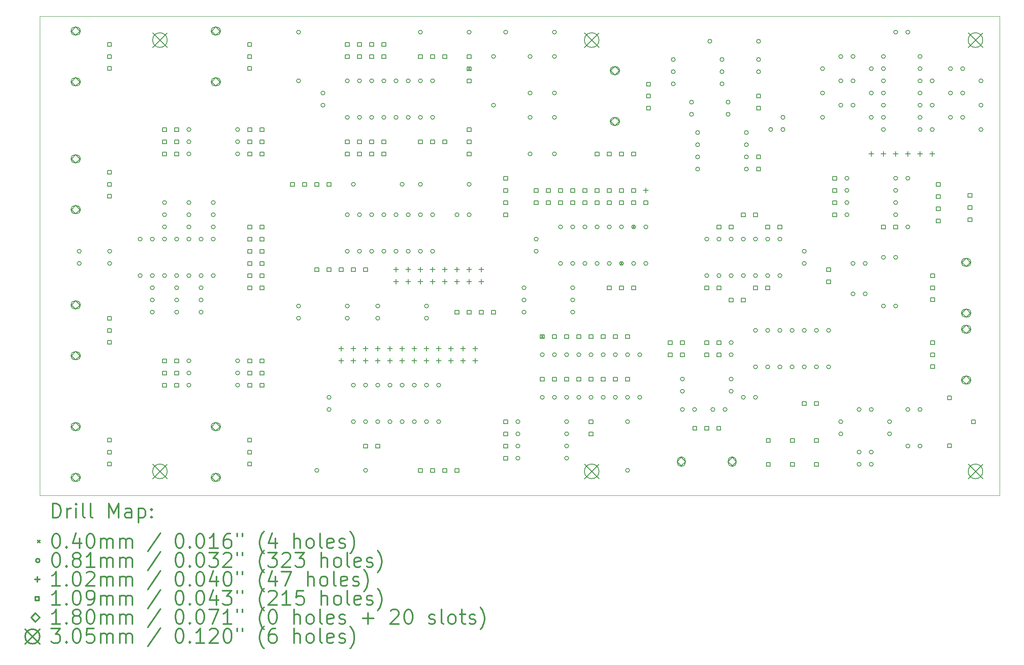
<source format=gbr>
%FSLAX45Y45*%
G04 Gerber Fmt 4.5, Leading zero omitted, Abs format (unit mm)*
G04 Created by KiCad (PCBNEW (2015-04-14 BZR 5600)-product) date Fri 15 May 2015 04:46:55 PM CEST*
%MOMM*%
G01*
G04 APERTURE LIST*
%ADD10C,0.127000*%
%ADD11C,0.100000*%
%ADD12C,0.200000*%
%ADD13C,0.300000*%
G04 APERTURE END LIST*
D10*
D11*
X23500000Y-5000000D02*
X3500000Y-5000000D01*
X23500000Y-15000000D02*
X23500000Y-5000000D01*
X3500000Y-15000000D02*
X23500000Y-15000000D01*
X3500000Y-5000000D02*
X3500000Y-15000000D01*
D12*
X12426000Y-6076000D02*
X12466000Y-6116000D01*
X12466000Y-6076000D02*
X12426000Y-6116000D01*
X13950000Y-11664000D02*
X13990000Y-11704000D01*
X13990000Y-11664000D02*
X13950000Y-11704000D01*
X15601000Y-10140000D02*
X15641000Y-10180000D01*
X15641000Y-10140000D02*
X15601000Y-10180000D01*
X15855000Y-9378000D02*
X15895000Y-9418000D01*
X15895000Y-9378000D02*
X15855000Y-9418000D01*
X4358640Y-9906000D02*
G75*
G03X4358640Y-9906000I-40640J0D01*
G01*
X4358640Y-10160000D02*
G75*
G03X4358640Y-10160000I-40640J0D01*
G01*
X4993640Y-9906000D02*
G75*
G03X4993640Y-9906000I-40640J0D01*
G01*
X4993640Y-10160000D02*
G75*
G03X4993640Y-10160000I-40640J0D01*
G01*
X5628640Y-9652000D02*
G75*
G03X5628640Y-9652000I-40640J0D01*
G01*
X5628640Y-10414000D02*
G75*
G03X5628640Y-10414000I-40640J0D01*
G01*
X5882640Y-9652000D02*
G75*
G03X5882640Y-9652000I-40640J0D01*
G01*
X5882640Y-10414000D02*
G75*
G03X5882640Y-10414000I-40640J0D01*
G01*
X5882640Y-10668000D02*
G75*
G03X5882640Y-10668000I-40640J0D01*
G01*
X5882640Y-10922000D02*
G75*
G03X5882640Y-10922000I-40640J0D01*
G01*
X5882640Y-11176000D02*
G75*
G03X5882640Y-11176000I-40640J0D01*
G01*
X6136640Y-8890000D02*
G75*
G03X6136640Y-8890000I-40640J0D01*
G01*
X6136640Y-9144000D02*
G75*
G03X6136640Y-9144000I-40640J0D01*
G01*
X6136640Y-9398000D02*
G75*
G03X6136640Y-9398000I-40640J0D01*
G01*
X6136640Y-9652000D02*
G75*
G03X6136640Y-9652000I-40640J0D01*
G01*
X6136640Y-10414000D02*
G75*
G03X6136640Y-10414000I-40640J0D01*
G01*
X6390640Y-9652000D02*
G75*
G03X6390640Y-9652000I-40640J0D01*
G01*
X6390640Y-10414000D02*
G75*
G03X6390640Y-10414000I-40640J0D01*
G01*
X6390640Y-10668000D02*
G75*
G03X6390640Y-10668000I-40640J0D01*
G01*
X6390640Y-10922000D02*
G75*
G03X6390640Y-10922000I-40640J0D01*
G01*
X6390640Y-11176000D02*
G75*
G03X6390640Y-11176000I-40640J0D01*
G01*
X6644640Y-7366000D02*
G75*
G03X6644640Y-7366000I-40640J0D01*
G01*
X6644640Y-7620000D02*
G75*
G03X6644640Y-7620000I-40640J0D01*
G01*
X6644640Y-7874000D02*
G75*
G03X6644640Y-7874000I-40640J0D01*
G01*
X6644640Y-8890000D02*
G75*
G03X6644640Y-8890000I-40640J0D01*
G01*
X6644640Y-9144000D02*
G75*
G03X6644640Y-9144000I-40640J0D01*
G01*
X6644640Y-9398000D02*
G75*
G03X6644640Y-9398000I-40640J0D01*
G01*
X6644640Y-9652000D02*
G75*
G03X6644640Y-9652000I-40640J0D01*
G01*
X6644640Y-10414000D02*
G75*
G03X6644640Y-10414000I-40640J0D01*
G01*
X6644640Y-12192000D02*
G75*
G03X6644640Y-12192000I-40640J0D01*
G01*
X6644640Y-12446000D02*
G75*
G03X6644640Y-12446000I-40640J0D01*
G01*
X6644640Y-12700000D02*
G75*
G03X6644640Y-12700000I-40640J0D01*
G01*
X6898640Y-9652000D02*
G75*
G03X6898640Y-9652000I-40640J0D01*
G01*
X6898640Y-10414000D02*
G75*
G03X6898640Y-10414000I-40640J0D01*
G01*
X6898640Y-10668000D02*
G75*
G03X6898640Y-10668000I-40640J0D01*
G01*
X6898640Y-10922000D02*
G75*
G03X6898640Y-10922000I-40640J0D01*
G01*
X6898640Y-11176000D02*
G75*
G03X6898640Y-11176000I-40640J0D01*
G01*
X7152640Y-8890000D02*
G75*
G03X7152640Y-8890000I-40640J0D01*
G01*
X7152640Y-9144000D02*
G75*
G03X7152640Y-9144000I-40640J0D01*
G01*
X7152640Y-9398000D02*
G75*
G03X7152640Y-9398000I-40640J0D01*
G01*
X7152640Y-9652000D02*
G75*
G03X7152640Y-9652000I-40640J0D01*
G01*
X7152640Y-10414000D02*
G75*
G03X7152640Y-10414000I-40640J0D01*
G01*
X7660640Y-7366000D02*
G75*
G03X7660640Y-7366000I-40640J0D01*
G01*
X7660640Y-7620000D02*
G75*
G03X7660640Y-7620000I-40640J0D01*
G01*
X7660640Y-7874000D02*
G75*
G03X7660640Y-7874000I-40640J0D01*
G01*
X7660640Y-12192000D02*
G75*
G03X7660640Y-12192000I-40640J0D01*
G01*
X7660640Y-12446000D02*
G75*
G03X7660640Y-12446000I-40640J0D01*
G01*
X7660640Y-12700000D02*
G75*
G03X7660640Y-12700000I-40640J0D01*
G01*
X8930640Y-5334000D02*
G75*
G03X8930640Y-5334000I-40640J0D01*
G01*
X8930640Y-6350000D02*
G75*
G03X8930640Y-6350000I-40640J0D01*
G01*
X8930640Y-11049000D02*
G75*
G03X8930640Y-11049000I-40640J0D01*
G01*
X8930640Y-11303000D02*
G75*
G03X8930640Y-11303000I-40640J0D01*
G01*
X9311640Y-14478000D02*
G75*
G03X9311640Y-14478000I-40640J0D01*
G01*
X9438640Y-6604000D02*
G75*
G03X9438640Y-6604000I-40640J0D01*
G01*
X9438640Y-6858000D02*
G75*
G03X9438640Y-6858000I-40640J0D01*
G01*
X9565640Y-12954000D02*
G75*
G03X9565640Y-12954000I-40640J0D01*
G01*
X9565640Y-13208000D02*
G75*
G03X9565640Y-13208000I-40640J0D01*
G01*
X9946640Y-6350000D02*
G75*
G03X9946640Y-6350000I-40640J0D01*
G01*
X9946640Y-7112000D02*
G75*
G03X9946640Y-7112000I-40640J0D01*
G01*
X9946640Y-9144000D02*
G75*
G03X9946640Y-9144000I-40640J0D01*
G01*
X9946640Y-9906000D02*
G75*
G03X9946640Y-9906000I-40640J0D01*
G01*
X9946640Y-11049000D02*
G75*
G03X9946640Y-11049000I-40640J0D01*
G01*
X9946640Y-11303000D02*
G75*
G03X9946640Y-11303000I-40640J0D01*
G01*
X10073640Y-8509000D02*
G75*
G03X10073640Y-8509000I-40640J0D01*
G01*
X10073640Y-12700000D02*
G75*
G03X10073640Y-12700000I-40640J0D01*
G01*
X10073640Y-13462000D02*
G75*
G03X10073640Y-13462000I-40640J0D01*
G01*
X10200640Y-6350000D02*
G75*
G03X10200640Y-6350000I-40640J0D01*
G01*
X10200640Y-7112000D02*
G75*
G03X10200640Y-7112000I-40640J0D01*
G01*
X10200640Y-9144000D02*
G75*
G03X10200640Y-9144000I-40640J0D01*
G01*
X10200640Y-9906000D02*
G75*
G03X10200640Y-9906000I-40640J0D01*
G01*
X10327640Y-12700000D02*
G75*
G03X10327640Y-12700000I-40640J0D01*
G01*
X10327640Y-13462000D02*
G75*
G03X10327640Y-13462000I-40640J0D01*
G01*
X10327640Y-14478000D02*
G75*
G03X10327640Y-14478000I-40640J0D01*
G01*
X10454640Y-6350000D02*
G75*
G03X10454640Y-6350000I-40640J0D01*
G01*
X10454640Y-7112000D02*
G75*
G03X10454640Y-7112000I-40640J0D01*
G01*
X10454640Y-9144000D02*
G75*
G03X10454640Y-9144000I-40640J0D01*
G01*
X10454640Y-9906000D02*
G75*
G03X10454640Y-9906000I-40640J0D01*
G01*
X10581640Y-11049000D02*
G75*
G03X10581640Y-11049000I-40640J0D01*
G01*
X10581640Y-11303000D02*
G75*
G03X10581640Y-11303000I-40640J0D01*
G01*
X10581640Y-12700000D02*
G75*
G03X10581640Y-12700000I-40640J0D01*
G01*
X10581640Y-13462000D02*
G75*
G03X10581640Y-13462000I-40640J0D01*
G01*
X10708640Y-6350000D02*
G75*
G03X10708640Y-6350000I-40640J0D01*
G01*
X10708640Y-7112000D02*
G75*
G03X10708640Y-7112000I-40640J0D01*
G01*
X10708640Y-9144000D02*
G75*
G03X10708640Y-9144000I-40640J0D01*
G01*
X10708640Y-9906000D02*
G75*
G03X10708640Y-9906000I-40640J0D01*
G01*
X10835640Y-12700000D02*
G75*
G03X10835640Y-12700000I-40640J0D01*
G01*
X10835640Y-13462000D02*
G75*
G03X10835640Y-13462000I-40640J0D01*
G01*
X10962640Y-6350000D02*
G75*
G03X10962640Y-6350000I-40640J0D01*
G01*
X10962640Y-7112000D02*
G75*
G03X10962640Y-7112000I-40640J0D01*
G01*
X10962640Y-9144000D02*
G75*
G03X10962640Y-9144000I-40640J0D01*
G01*
X10962640Y-9906000D02*
G75*
G03X10962640Y-9906000I-40640J0D01*
G01*
X11089640Y-8509000D02*
G75*
G03X11089640Y-8509000I-40640J0D01*
G01*
X11089640Y-12700000D02*
G75*
G03X11089640Y-12700000I-40640J0D01*
G01*
X11089640Y-13462000D02*
G75*
G03X11089640Y-13462000I-40640J0D01*
G01*
X11216640Y-6350000D02*
G75*
G03X11216640Y-6350000I-40640J0D01*
G01*
X11216640Y-7112000D02*
G75*
G03X11216640Y-7112000I-40640J0D01*
G01*
X11216640Y-9144000D02*
G75*
G03X11216640Y-9144000I-40640J0D01*
G01*
X11216640Y-9906000D02*
G75*
G03X11216640Y-9906000I-40640J0D01*
G01*
X11343640Y-12700000D02*
G75*
G03X11343640Y-12700000I-40640J0D01*
G01*
X11343640Y-13462000D02*
G75*
G03X11343640Y-13462000I-40640J0D01*
G01*
X11470640Y-5334000D02*
G75*
G03X11470640Y-5334000I-40640J0D01*
G01*
X11470640Y-6350000D02*
G75*
G03X11470640Y-6350000I-40640J0D01*
G01*
X11470640Y-7112000D02*
G75*
G03X11470640Y-7112000I-40640J0D01*
G01*
X11470640Y-8509000D02*
G75*
G03X11470640Y-8509000I-40640J0D01*
G01*
X11470640Y-9144000D02*
G75*
G03X11470640Y-9144000I-40640J0D01*
G01*
X11470640Y-9906000D02*
G75*
G03X11470640Y-9906000I-40640J0D01*
G01*
X11597640Y-11049000D02*
G75*
G03X11597640Y-11049000I-40640J0D01*
G01*
X11597640Y-11303000D02*
G75*
G03X11597640Y-11303000I-40640J0D01*
G01*
X11597640Y-12700000D02*
G75*
G03X11597640Y-12700000I-40640J0D01*
G01*
X11597640Y-13462000D02*
G75*
G03X11597640Y-13462000I-40640J0D01*
G01*
X11724640Y-6350000D02*
G75*
G03X11724640Y-6350000I-40640J0D01*
G01*
X11724640Y-7112000D02*
G75*
G03X11724640Y-7112000I-40640J0D01*
G01*
X11724640Y-9144000D02*
G75*
G03X11724640Y-9144000I-40640J0D01*
G01*
X11724640Y-9906000D02*
G75*
G03X11724640Y-9906000I-40640J0D01*
G01*
X11851640Y-12700000D02*
G75*
G03X11851640Y-12700000I-40640J0D01*
G01*
X11851640Y-13462000D02*
G75*
G03X11851640Y-13462000I-40640J0D01*
G01*
X12232640Y-9144000D02*
G75*
G03X12232640Y-9144000I-40640J0D01*
G01*
X12486640Y-5334000D02*
G75*
G03X12486640Y-5334000I-40640J0D01*
G01*
X12486640Y-8509000D02*
G75*
G03X12486640Y-8509000I-40640J0D01*
G01*
X12486640Y-9144000D02*
G75*
G03X12486640Y-9144000I-40640J0D01*
G01*
X12994640Y-5842000D02*
G75*
G03X12994640Y-5842000I-40640J0D01*
G01*
X12994640Y-6858000D02*
G75*
G03X12994640Y-6858000I-40640J0D01*
G01*
X13248640Y-5334000D02*
G75*
G03X13248640Y-5334000I-40640J0D01*
G01*
X13502640Y-13462000D02*
G75*
G03X13502640Y-13462000I-40640J0D01*
G01*
X13502640Y-13716000D02*
G75*
G03X13502640Y-13716000I-40640J0D01*
G01*
X13502640Y-13970000D02*
G75*
G03X13502640Y-13970000I-40640J0D01*
G01*
X13502640Y-14224000D02*
G75*
G03X13502640Y-14224000I-40640J0D01*
G01*
X13629640Y-10668000D02*
G75*
G03X13629640Y-10668000I-40640J0D01*
G01*
X13629640Y-10922000D02*
G75*
G03X13629640Y-10922000I-40640J0D01*
G01*
X13629640Y-11176000D02*
G75*
G03X13629640Y-11176000I-40640J0D01*
G01*
X13756640Y-5842000D02*
G75*
G03X13756640Y-5842000I-40640J0D01*
G01*
X13756640Y-6604000D02*
G75*
G03X13756640Y-6604000I-40640J0D01*
G01*
X13756640Y-7112000D02*
G75*
G03X13756640Y-7112000I-40640J0D01*
G01*
X13756640Y-7874000D02*
G75*
G03X13756640Y-7874000I-40640J0D01*
G01*
X13883640Y-9652000D02*
G75*
G03X13883640Y-9652000I-40640J0D01*
G01*
X13883640Y-9906000D02*
G75*
G03X13883640Y-9906000I-40640J0D01*
G01*
X14010640Y-12065000D02*
G75*
G03X14010640Y-12065000I-40640J0D01*
G01*
X14010640Y-12954000D02*
G75*
G03X14010640Y-12954000I-40640J0D01*
G01*
X14264640Y-5334000D02*
G75*
G03X14264640Y-5334000I-40640J0D01*
G01*
X14264640Y-5842000D02*
G75*
G03X14264640Y-5842000I-40640J0D01*
G01*
X14264640Y-6604000D02*
G75*
G03X14264640Y-6604000I-40640J0D01*
G01*
X14264640Y-7112000D02*
G75*
G03X14264640Y-7112000I-40640J0D01*
G01*
X14264640Y-7874000D02*
G75*
G03X14264640Y-7874000I-40640J0D01*
G01*
X14264640Y-12065000D02*
G75*
G03X14264640Y-12065000I-40640J0D01*
G01*
X14264640Y-12954000D02*
G75*
G03X14264640Y-12954000I-40640J0D01*
G01*
X14391640Y-9398000D02*
G75*
G03X14391640Y-9398000I-40640J0D01*
G01*
X14391640Y-10160000D02*
G75*
G03X14391640Y-10160000I-40640J0D01*
G01*
X14518640Y-12065000D02*
G75*
G03X14518640Y-12065000I-40640J0D01*
G01*
X14518640Y-12954000D02*
G75*
G03X14518640Y-12954000I-40640J0D01*
G01*
X14518640Y-13462000D02*
G75*
G03X14518640Y-13462000I-40640J0D01*
G01*
X14518640Y-13716000D02*
G75*
G03X14518640Y-13716000I-40640J0D01*
G01*
X14518640Y-13970000D02*
G75*
G03X14518640Y-13970000I-40640J0D01*
G01*
X14518640Y-14224000D02*
G75*
G03X14518640Y-14224000I-40640J0D01*
G01*
X14645640Y-9398000D02*
G75*
G03X14645640Y-9398000I-40640J0D01*
G01*
X14645640Y-10160000D02*
G75*
G03X14645640Y-10160000I-40640J0D01*
G01*
X14645640Y-10668000D02*
G75*
G03X14645640Y-10668000I-40640J0D01*
G01*
X14645640Y-10922000D02*
G75*
G03X14645640Y-10922000I-40640J0D01*
G01*
X14645640Y-11176000D02*
G75*
G03X14645640Y-11176000I-40640J0D01*
G01*
X14772640Y-12065000D02*
G75*
G03X14772640Y-12065000I-40640J0D01*
G01*
X14772640Y-12954000D02*
G75*
G03X14772640Y-12954000I-40640J0D01*
G01*
X14899640Y-9398000D02*
G75*
G03X14899640Y-9398000I-40640J0D01*
G01*
X14899640Y-10160000D02*
G75*
G03X14899640Y-10160000I-40640J0D01*
G01*
X15026640Y-12065000D02*
G75*
G03X15026640Y-12065000I-40640J0D01*
G01*
X15026640Y-12954000D02*
G75*
G03X15026640Y-12954000I-40640J0D01*
G01*
X15153640Y-9398000D02*
G75*
G03X15153640Y-9398000I-40640J0D01*
G01*
X15153640Y-10160000D02*
G75*
G03X15153640Y-10160000I-40640J0D01*
G01*
X15280640Y-12065000D02*
G75*
G03X15280640Y-12065000I-40640J0D01*
G01*
X15280640Y-12954000D02*
G75*
G03X15280640Y-12954000I-40640J0D01*
G01*
X15407640Y-9398000D02*
G75*
G03X15407640Y-9398000I-40640J0D01*
G01*
X15407640Y-10160000D02*
G75*
G03X15407640Y-10160000I-40640J0D01*
G01*
X15534640Y-12065000D02*
G75*
G03X15534640Y-12065000I-40640J0D01*
G01*
X15534640Y-12954000D02*
G75*
G03X15534640Y-12954000I-40640J0D01*
G01*
X15661640Y-9398000D02*
G75*
G03X15661640Y-9398000I-40640J0D01*
G01*
X15661640Y-10160000D02*
G75*
G03X15661640Y-10160000I-40640J0D01*
G01*
X15788640Y-12065000D02*
G75*
G03X15788640Y-12065000I-40640J0D01*
G01*
X15788640Y-12954000D02*
G75*
G03X15788640Y-12954000I-40640J0D01*
G01*
X15788640Y-13462000D02*
G75*
G03X15788640Y-13462000I-40640J0D01*
G01*
X15788640Y-14478000D02*
G75*
G03X15788640Y-14478000I-40640J0D01*
G01*
X15915640Y-9398000D02*
G75*
G03X15915640Y-9398000I-40640J0D01*
G01*
X15915640Y-10160000D02*
G75*
G03X15915640Y-10160000I-40640J0D01*
G01*
X16042640Y-12065000D02*
G75*
G03X16042640Y-12065000I-40640J0D01*
G01*
X16042640Y-12954000D02*
G75*
G03X16042640Y-12954000I-40640J0D01*
G01*
X16169640Y-9398000D02*
G75*
G03X16169640Y-9398000I-40640J0D01*
G01*
X16169640Y-10160000D02*
G75*
G03X16169640Y-10160000I-40640J0D01*
G01*
X16741140Y-5905500D02*
G75*
G03X16741140Y-5905500I-40640J0D01*
G01*
X16741140Y-6159500D02*
G75*
G03X16741140Y-6159500I-40640J0D01*
G01*
X16741140Y-6413500D02*
G75*
G03X16741140Y-6413500I-40640J0D01*
G01*
X16931640Y-12573000D02*
G75*
G03X16931640Y-12573000I-40640J0D01*
G01*
X16931640Y-12827000D02*
G75*
G03X16931640Y-12827000I-40640J0D01*
G01*
X16931640Y-13208000D02*
G75*
G03X16931640Y-13208000I-40640J0D01*
G01*
X17122140Y-6794500D02*
G75*
G03X17122140Y-6794500I-40640J0D01*
G01*
X17122140Y-7048500D02*
G75*
G03X17122140Y-7048500I-40640J0D01*
G01*
X17185640Y-13208000D02*
G75*
G03X17185640Y-13208000I-40640J0D01*
G01*
X17249140Y-7429500D02*
G75*
G03X17249140Y-7429500I-40640J0D01*
G01*
X17249140Y-7683500D02*
G75*
G03X17249140Y-7683500I-40640J0D01*
G01*
X17249140Y-7937500D02*
G75*
G03X17249140Y-7937500I-40640J0D01*
G01*
X17249140Y-8191500D02*
G75*
G03X17249140Y-8191500I-40640J0D01*
G01*
X17439640Y-9652000D02*
G75*
G03X17439640Y-9652000I-40640J0D01*
G01*
X17439640Y-10414000D02*
G75*
G03X17439640Y-10414000I-40640J0D01*
G01*
X17503140Y-5524500D02*
G75*
G03X17503140Y-5524500I-40640J0D01*
G01*
X17566640Y-13208000D02*
G75*
G03X17566640Y-13208000I-40640J0D01*
G01*
X17693640Y-9652000D02*
G75*
G03X17693640Y-9652000I-40640J0D01*
G01*
X17693640Y-10414000D02*
G75*
G03X17693640Y-10414000I-40640J0D01*
G01*
X17757140Y-5905500D02*
G75*
G03X17757140Y-5905500I-40640J0D01*
G01*
X17757140Y-6159500D02*
G75*
G03X17757140Y-6159500I-40640J0D01*
G01*
X17757140Y-6413500D02*
G75*
G03X17757140Y-6413500I-40640J0D01*
G01*
X17820640Y-13208000D02*
G75*
G03X17820640Y-13208000I-40640J0D01*
G01*
X17884140Y-6794500D02*
G75*
G03X17884140Y-6794500I-40640J0D01*
G01*
X17884140Y-7048500D02*
G75*
G03X17884140Y-7048500I-40640J0D01*
G01*
X17947640Y-9652000D02*
G75*
G03X17947640Y-9652000I-40640J0D01*
G01*
X17947640Y-10414000D02*
G75*
G03X17947640Y-10414000I-40640J0D01*
G01*
X17947640Y-11811000D02*
G75*
G03X17947640Y-11811000I-40640J0D01*
G01*
X17947640Y-12065000D02*
G75*
G03X17947640Y-12065000I-40640J0D01*
G01*
X17947640Y-12573000D02*
G75*
G03X17947640Y-12573000I-40640J0D01*
G01*
X17947640Y-12827000D02*
G75*
G03X17947640Y-12827000I-40640J0D01*
G01*
X18201640Y-9652000D02*
G75*
G03X18201640Y-9652000I-40640J0D01*
G01*
X18201640Y-10414000D02*
G75*
G03X18201640Y-10414000I-40640J0D01*
G01*
X18201640Y-12954000D02*
G75*
G03X18201640Y-12954000I-40640J0D01*
G01*
X18265140Y-7429500D02*
G75*
G03X18265140Y-7429500I-40640J0D01*
G01*
X18265140Y-7683500D02*
G75*
G03X18265140Y-7683500I-40640J0D01*
G01*
X18265140Y-7937500D02*
G75*
G03X18265140Y-7937500I-40640J0D01*
G01*
X18265140Y-8191500D02*
G75*
G03X18265140Y-8191500I-40640J0D01*
G01*
X18455640Y-9652000D02*
G75*
G03X18455640Y-9652000I-40640J0D01*
G01*
X18455640Y-10414000D02*
G75*
G03X18455640Y-10414000I-40640J0D01*
G01*
X18455640Y-11557000D02*
G75*
G03X18455640Y-11557000I-40640J0D01*
G01*
X18455640Y-12319000D02*
G75*
G03X18455640Y-12319000I-40640J0D01*
G01*
X18455640Y-12954000D02*
G75*
G03X18455640Y-12954000I-40640J0D01*
G01*
X18519140Y-5524500D02*
G75*
G03X18519140Y-5524500I-40640J0D01*
G01*
X18519140Y-5905500D02*
G75*
G03X18519140Y-5905500I-40640J0D01*
G01*
X18519140Y-6159500D02*
G75*
G03X18519140Y-6159500I-40640J0D01*
G01*
X18709640Y-9652000D02*
G75*
G03X18709640Y-9652000I-40640J0D01*
G01*
X18709640Y-10414000D02*
G75*
G03X18709640Y-10414000I-40640J0D01*
G01*
X18709640Y-11557000D02*
G75*
G03X18709640Y-11557000I-40640J0D01*
G01*
X18709640Y-12319000D02*
G75*
G03X18709640Y-12319000I-40640J0D01*
G01*
X18773140Y-7366000D02*
G75*
G03X18773140Y-7366000I-40640J0D01*
G01*
X18963640Y-9652000D02*
G75*
G03X18963640Y-9652000I-40640J0D01*
G01*
X18963640Y-10414000D02*
G75*
G03X18963640Y-10414000I-40640J0D01*
G01*
X18963640Y-11557000D02*
G75*
G03X18963640Y-11557000I-40640J0D01*
G01*
X18963640Y-12319000D02*
G75*
G03X18963640Y-12319000I-40640J0D01*
G01*
X19027140Y-7112000D02*
G75*
G03X19027140Y-7112000I-40640J0D01*
G01*
X19027140Y-7366000D02*
G75*
G03X19027140Y-7366000I-40640J0D01*
G01*
X19217640Y-11557000D02*
G75*
G03X19217640Y-11557000I-40640J0D01*
G01*
X19217640Y-12319000D02*
G75*
G03X19217640Y-12319000I-40640J0D01*
G01*
X19471640Y-9906000D02*
G75*
G03X19471640Y-9906000I-40640J0D01*
G01*
X19471640Y-10160000D02*
G75*
G03X19471640Y-10160000I-40640J0D01*
G01*
X19471640Y-11557000D02*
G75*
G03X19471640Y-11557000I-40640J0D01*
G01*
X19471640Y-12319000D02*
G75*
G03X19471640Y-12319000I-40640J0D01*
G01*
X19725640Y-11557000D02*
G75*
G03X19725640Y-11557000I-40640J0D01*
G01*
X19725640Y-12319000D02*
G75*
G03X19725640Y-12319000I-40640J0D01*
G01*
X19852640Y-6096000D02*
G75*
G03X19852640Y-6096000I-40640J0D01*
G01*
X19852640Y-6604000D02*
G75*
G03X19852640Y-6604000I-40640J0D01*
G01*
X19852640Y-7112000D02*
G75*
G03X19852640Y-7112000I-40640J0D01*
G01*
X19979640Y-11557000D02*
G75*
G03X19979640Y-11557000I-40640J0D01*
G01*
X19979640Y-12319000D02*
G75*
G03X19979640Y-12319000I-40640J0D01*
G01*
X20233640Y-5842000D02*
G75*
G03X20233640Y-5842000I-40640J0D01*
G01*
X20233640Y-6350000D02*
G75*
G03X20233640Y-6350000I-40640J0D01*
G01*
X20233640Y-6858000D02*
G75*
G03X20233640Y-6858000I-40640J0D01*
G01*
X20233640Y-13462000D02*
G75*
G03X20233640Y-13462000I-40640J0D01*
G01*
X20233640Y-13716000D02*
G75*
G03X20233640Y-13716000I-40640J0D01*
G01*
X20360640Y-8382000D02*
G75*
G03X20360640Y-8382000I-40640J0D01*
G01*
X20360640Y-8636000D02*
G75*
G03X20360640Y-8636000I-40640J0D01*
G01*
X20360640Y-8890000D02*
G75*
G03X20360640Y-8890000I-40640J0D01*
G01*
X20360640Y-9144000D02*
G75*
G03X20360640Y-9144000I-40640J0D01*
G01*
X20487640Y-5842000D02*
G75*
G03X20487640Y-5842000I-40640J0D01*
G01*
X20487640Y-6350000D02*
G75*
G03X20487640Y-6350000I-40640J0D01*
G01*
X20487640Y-6858000D02*
G75*
G03X20487640Y-6858000I-40640J0D01*
G01*
X20487640Y-10160000D02*
G75*
G03X20487640Y-10160000I-40640J0D01*
G01*
X20487640Y-10795000D02*
G75*
G03X20487640Y-10795000I-40640J0D01*
G01*
X20614640Y-13208000D02*
G75*
G03X20614640Y-13208000I-40640J0D01*
G01*
X20614640Y-14097000D02*
G75*
G03X20614640Y-14097000I-40640J0D01*
G01*
X20614640Y-14351000D02*
G75*
G03X20614640Y-14351000I-40640J0D01*
G01*
X20741640Y-10160000D02*
G75*
G03X20741640Y-10160000I-40640J0D01*
G01*
X20741640Y-10795000D02*
G75*
G03X20741640Y-10795000I-40640J0D01*
G01*
X20868640Y-6096000D02*
G75*
G03X20868640Y-6096000I-40640J0D01*
G01*
X20868640Y-6604000D02*
G75*
G03X20868640Y-6604000I-40640J0D01*
G01*
X20868640Y-7112000D02*
G75*
G03X20868640Y-7112000I-40640J0D01*
G01*
X20868640Y-13208000D02*
G75*
G03X20868640Y-13208000I-40640J0D01*
G01*
X20868640Y-14097000D02*
G75*
G03X20868640Y-14097000I-40640J0D01*
G01*
X20868640Y-14351000D02*
G75*
G03X20868640Y-14351000I-40640J0D01*
G01*
X21122640Y-5842000D02*
G75*
G03X21122640Y-5842000I-40640J0D01*
G01*
X21122640Y-6096000D02*
G75*
G03X21122640Y-6096000I-40640J0D01*
G01*
X21122640Y-6350000D02*
G75*
G03X21122640Y-6350000I-40640J0D01*
G01*
X21122640Y-6604000D02*
G75*
G03X21122640Y-6604000I-40640J0D01*
G01*
X21122640Y-6858000D02*
G75*
G03X21122640Y-6858000I-40640J0D01*
G01*
X21122640Y-7112000D02*
G75*
G03X21122640Y-7112000I-40640J0D01*
G01*
X21122640Y-7366000D02*
G75*
G03X21122640Y-7366000I-40640J0D01*
G01*
X21122640Y-10033000D02*
G75*
G03X21122640Y-10033000I-40640J0D01*
G01*
X21122640Y-11049000D02*
G75*
G03X21122640Y-11049000I-40640J0D01*
G01*
X21249640Y-13462000D02*
G75*
G03X21249640Y-13462000I-40640J0D01*
G01*
X21249640Y-13716000D02*
G75*
G03X21249640Y-13716000I-40640J0D01*
G01*
X21376640Y-5334000D02*
G75*
G03X21376640Y-5334000I-40640J0D01*
G01*
X21376640Y-8382000D02*
G75*
G03X21376640Y-8382000I-40640J0D01*
G01*
X21376640Y-8636000D02*
G75*
G03X21376640Y-8636000I-40640J0D01*
G01*
X21376640Y-8890000D02*
G75*
G03X21376640Y-8890000I-40640J0D01*
G01*
X21376640Y-9144000D02*
G75*
G03X21376640Y-9144000I-40640J0D01*
G01*
X21376640Y-10033000D02*
G75*
G03X21376640Y-10033000I-40640J0D01*
G01*
X21376640Y-11049000D02*
G75*
G03X21376640Y-11049000I-40640J0D01*
G01*
X21630640Y-5334000D02*
G75*
G03X21630640Y-5334000I-40640J0D01*
G01*
X21630640Y-8382000D02*
G75*
G03X21630640Y-8382000I-40640J0D01*
G01*
X21630640Y-9398000D02*
G75*
G03X21630640Y-9398000I-40640J0D01*
G01*
X21630640Y-13208000D02*
G75*
G03X21630640Y-13208000I-40640J0D01*
G01*
X21630640Y-13970000D02*
G75*
G03X21630640Y-13970000I-40640J0D01*
G01*
X21884640Y-5842000D02*
G75*
G03X21884640Y-5842000I-40640J0D01*
G01*
X21884640Y-6096000D02*
G75*
G03X21884640Y-6096000I-40640J0D01*
G01*
X21884640Y-6350000D02*
G75*
G03X21884640Y-6350000I-40640J0D01*
G01*
X21884640Y-6604000D02*
G75*
G03X21884640Y-6604000I-40640J0D01*
G01*
X21884640Y-6858000D02*
G75*
G03X21884640Y-6858000I-40640J0D01*
G01*
X21884640Y-7112000D02*
G75*
G03X21884640Y-7112000I-40640J0D01*
G01*
X21884640Y-7366000D02*
G75*
G03X21884640Y-7366000I-40640J0D01*
G01*
X21884640Y-13208000D02*
G75*
G03X21884640Y-13208000I-40640J0D01*
G01*
X21884640Y-13970000D02*
G75*
G03X21884640Y-13970000I-40640J0D01*
G01*
X22138640Y-6350000D02*
G75*
G03X22138640Y-6350000I-40640J0D01*
G01*
X22138640Y-6858000D02*
G75*
G03X22138640Y-6858000I-40640J0D01*
G01*
X22138640Y-7366000D02*
G75*
G03X22138640Y-7366000I-40640J0D01*
G01*
X22519640Y-6096000D02*
G75*
G03X22519640Y-6096000I-40640J0D01*
G01*
X22519640Y-6604000D02*
G75*
G03X22519640Y-6604000I-40640J0D01*
G01*
X22519640Y-7112000D02*
G75*
G03X22519640Y-7112000I-40640J0D01*
G01*
X22773640Y-6096000D02*
G75*
G03X22773640Y-6096000I-40640J0D01*
G01*
X22773640Y-6604000D02*
G75*
G03X22773640Y-6604000I-40640J0D01*
G01*
X22773640Y-7112000D02*
G75*
G03X22773640Y-7112000I-40640J0D01*
G01*
X23154640Y-6350000D02*
G75*
G03X23154640Y-6350000I-40640J0D01*
G01*
X23154640Y-6858000D02*
G75*
G03X23154640Y-6858000I-40640J0D01*
G01*
X23154640Y-7366000D02*
G75*
G03X23154640Y-7366000I-40640J0D01*
G01*
X9779000Y-11887200D02*
X9779000Y-11988800D01*
X9728200Y-11938000D02*
X9829800Y-11938000D01*
X9779000Y-12141200D02*
X9779000Y-12242800D01*
X9728200Y-12192000D02*
X9829800Y-12192000D01*
X10033000Y-11887200D02*
X10033000Y-11988800D01*
X9982200Y-11938000D02*
X10083800Y-11938000D01*
X10033000Y-12141200D02*
X10033000Y-12242800D01*
X9982200Y-12192000D02*
X10083800Y-12192000D01*
X10287000Y-11887200D02*
X10287000Y-11988800D01*
X10236200Y-11938000D02*
X10337800Y-11938000D01*
X10287000Y-12141200D02*
X10287000Y-12242800D01*
X10236200Y-12192000D02*
X10337800Y-12192000D01*
X10541000Y-11887200D02*
X10541000Y-11988800D01*
X10490200Y-11938000D02*
X10591800Y-11938000D01*
X10541000Y-12141200D02*
X10541000Y-12242800D01*
X10490200Y-12192000D02*
X10591800Y-12192000D01*
X10795000Y-11887200D02*
X10795000Y-11988800D01*
X10744200Y-11938000D02*
X10845800Y-11938000D01*
X10795000Y-12141200D02*
X10795000Y-12242800D01*
X10744200Y-12192000D02*
X10845800Y-12192000D01*
X10922000Y-10236200D02*
X10922000Y-10337800D01*
X10871200Y-10287000D02*
X10972800Y-10287000D01*
X10922000Y-10490200D02*
X10922000Y-10591800D01*
X10871200Y-10541000D02*
X10972800Y-10541000D01*
X11049000Y-11887200D02*
X11049000Y-11988800D01*
X10998200Y-11938000D02*
X11099800Y-11938000D01*
X11049000Y-12141200D02*
X11049000Y-12242800D01*
X10998200Y-12192000D02*
X11099800Y-12192000D01*
X11176000Y-10236200D02*
X11176000Y-10337800D01*
X11125200Y-10287000D02*
X11226800Y-10287000D01*
X11176000Y-10490200D02*
X11176000Y-10591800D01*
X11125200Y-10541000D02*
X11226800Y-10541000D01*
X11303000Y-11887200D02*
X11303000Y-11988800D01*
X11252200Y-11938000D02*
X11353800Y-11938000D01*
X11303000Y-12141200D02*
X11303000Y-12242800D01*
X11252200Y-12192000D02*
X11353800Y-12192000D01*
X11430000Y-10236200D02*
X11430000Y-10337800D01*
X11379200Y-10287000D02*
X11480800Y-10287000D01*
X11430000Y-10490200D02*
X11430000Y-10591800D01*
X11379200Y-10541000D02*
X11480800Y-10541000D01*
X11557000Y-11887200D02*
X11557000Y-11988800D01*
X11506200Y-11938000D02*
X11607800Y-11938000D01*
X11557000Y-12141200D02*
X11557000Y-12242800D01*
X11506200Y-12192000D02*
X11607800Y-12192000D01*
X11684000Y-10236200D02*
X11684000Y-10337800D01*
X11633200Y-10287000D02*
X11734800Y-10287000D01*
X11684000Y-10490200D02*
X11684000Y-10591800D01*
X11633200Y-10541000D02*
X11734800Y-10541000D01*
X11811000Y-11887200D02*
X11811000Y-11988800D01*
X11760200Y-11938000D02*
X11861800Y-11938000D01*
X11811000Y-12141200D02*
X11811000Y-12242800D01*
X11760200Y-12192000D02*
X11861800Y-12192000D01*
X11938000Y-10236200D02*
X11938000Y-10337800D01*
X11887200Y-10287000D02*
X11988800Y-10287000D01*
X11938000Y-10490200D02*
X11938000Y-10591800D01*
X11887200Y-10541000D02*
X11988800Y-10541000D01*
X12065000Y-11887200D02*
X12065000Y-11988800D01*
X12014200Y-11938000D02*
X12115800Y-11938000D01*
X12065000Y-12141200D02*
X12065000Y-12242800D01*
X12014200Y-12192000D02*
X12115800Y-12192000D01*
X12192000Y-10236200D02*
X12192000Y-10337800D01*
X12141200Y-10287000D02*
X12242800Y-10287000D01*
X12192000Y-10490200D02*
X12192000Y-10591800D01*
X12141200Y-10541000D02*
X12242800Y-10541000D01*
X12319000Y-11887200D02*
X12319000Y-11988800D01*
X12268200Y-11938000D02*
X12369800Y-11938000D01*
X12319000Y-12141200D02*
X12319000Y-12242800D01*
X12268200Y-12192000D02*
X12369800Y-12192000D01*
X12446000Y-10236200D02*
X12446000Y-10337800D01*
X12395200Y-10287000D02*
X12496800Y-10287000D01*
X12446000Y-10490200D02*
X12446000Y-10591800D01*
X12395200Y-10541000D02*
X12496800Y-10541000D01*
X12573000Y-11887200D02*
X12573000Y-11988800D01*
X12522200Y-11938000D02*
X12623800Y-11938000D01*
X12573000Y-12141200D02*
X12573000Y-12242800D01*
X12522200Y-12192000D02*
X12623800Y-12192000D01*
X12700000Y-10236200D02*
X12700000Y-10337800D01*
X12649200Y-10287000D02*
X12750800Y-10287000D01*
X12700000Y-10490200D02*
X12700000Y-10591800D01*
X12649200Y-10541000D02*
X12750800Y-10541000D01*
X16129000Y-8585200D02*
X16129000Y-8686800D01*
X16078200Y-8636000D02*
X16179800Y-8636000D01*
X20828000Y-7823200D02*
X20828000Y-7924800D01*
X20777200Y-7874000D02*
X20878800Y-7874000D01*
X21082000Y-7823200D02*
X21082000Y-7924800D01*
X21031200Y-7874000D02*
X21132800Y-7874000D01*
X21336000Y-7823200D02*
X21336000Y-7924800D01*
X21285200Y-7874000D02*
X21386800Y-7874000D01*
X21590000Y-7823200D02*
X21590000Y-7924800D01*
X21539200Y-7874000D02*
X21640800Y-7874000D01*
X21844000Y-7823200D02*
X21844000Y-7924800D01*
X21793200Y-7874000D02*
X21894800Y-7874000D01*
X22098000Y-7823200D02*
X22098000Y-7924800D01*
X22047200Y-7874000D02*
X22148800Y-7874000D01*
X4983616Y-5630615D02*
X4983616Y-5553385D01*
X4906385Y-5553385D01*
X4906385Y-5630615D01*
X4983616Y-5630615D01*
X4983616Y-5880615D02*
X4983616Y-5803384D01*
X4906385Y-5803384D01*
X4906385Y-5880615D01*
X4983616Y-5880615D01*
X4983616Y-6130615D02*
X4983616Y-6053384D01*
X4906385Y-6053384D01*
X4906385Y-6130615D01*
X4983616Y-6130615D01*
X4983616Y-8297615D02*
X4983616Y-8220384D01*
X4906385Y-8220384D01*
X4906385Y-8297615D01*
X4983616Y-8297615D01*
X4983616Y-8547616D02*
X4983616Y-8470385D01*
X4906385Y-8470385D01*
X4906385Y-8547616D01*
X4983616Y-8547616D01*
X4983616Y-8797616D02*
X4983616Y-8720385D01*
X4906385Y-8720385D01*
X4906385Y-8797616D01*
X4983616Y-8797616D01*
X4983616Y-11345615D02*
X4983616Y-11268384D01*
X4906385Y-11268384D01*
X4906385Y-11345615D01*
X4983616Y-11345615D01*
X4983616Y-11595615D02*
X4983616Y-11518384D01*
X4906385Y-11518384D01*
X4906385Y-11595615D01*
X4983616Y-11595615D01*
X4983616Y-11845615D02*
X4983616Y-11768384D01*
X4906385Y-11768384D01*
X4906385Y-11845615D01*
X4983616Y-11845615D01*
X4983616Y-13885615D02*
X4983616Y-13808384D01*
X4906385Y-13808384D01*
X4906385Y-13885615D01*
X4983616Y-13885615D01*
X4983616Y-14135615D02*
X4983616Y-14058384D01*
X4906385Y-14058384D01*
X4906385Y-14135615D01*
X4983616Y-14135615D01*
X4983616Y-14385615D02*
X4983616Y-14308384D01*
X4906385Y-14308384D01*
X4906385Y-14385615D01*
X4983616Y-14385615D01*
X6134615Y-7404615D02*
X6134615Y-7327384D01*
X6057384Y-7327384D01*
X6057384Y-7404615D01*
X6134615Y-7404615D01*
X6134615Y-7658615D02*
X6134615Y-7581384D01*
X6057384Y-7581384D01*
X6057384Y-7658615D01*
X6134615Y-7658615D01*
X6134615Y-7912615D02*
X6134615Y-7835384D01*
X6057384Y-7835384D01*
X6057384Y-7912615D01*
X6134615Y-7912615D01*
X6134615Y-12230615D02*
X6134615Y-12153384D01*
X6057384Y-12153384D01*
X6057384Y-12230615D01*
X6134615Y-12230615D01*
X6134615Y-12484615D02*
X6134615Y-12407384D01*
X6057384Y-12407384D01*
X6057384Y-12484615D01*
X6134615Y-12484615D01*
X6134615Y-12738615D02*
X6134615Y-12661384D01*
X6057384Y-12661384D01*
X6057384Y-12738615D01*
X6134615Y-12738615D01*
X6388615Y-7404615D02*
X6388615Y-7327384D01*
X6311384Y-7327384D01*
X6311384Y-7404615D01*
X6388615Y-7404615D01*
X6388615Y-7658615D02*
X6388615Y-7581384D01*
X6311384Y-7581384D01*
X6311384Y-7658615D01*
X6388615Y-7658615D01*
X6388615Y-7912615D02*
X6388615Y-7835384D01*
X6311384Y-7835384D01*
X6311384Y-7912615D01*
X6388615Y-7912615D01*
X6388615Y-12230615D02*
X6388615Y-12153384D01*
X6311384Y-12153384D01*
X6311384Y-12230615D01*
X6388615Y-12230615D01*
X6388615Y-12484615D02*
X6388615Y-12407384D01*
X6311384Y-12407384D01*
X6311384Y-12484615D01*
X6388615Y-12484615D01*
X6388615Y-12738615D02*
X6388615Y-12661384D01*
X6311384Y-12661384D01*
X6311384Y-12738615D01*
X6388615Y-12738615D01*
X7904615Y-5630615D02*
X7904615Y-5553385D01*
X7827384Y-5553385D01*
X7827384Y-5630615D01*
X7904615Y-5630615D01*
X7904615Y-5880615D02*
X7904615Y-5803384D01*
X7827384Y-5803384D01*
X7827384Y-5880615D01*
X7904615Y-5880615D01*
X7904615Y-6130615D02*
X7904615Y-6053384D01*
X7827384Y-6053384D01*
X7827384Y-6130615D01*
X7904615Y-6130615D01*
X7904615Y-13885615D02*
X7904615Y-13808384D01*
X7827384Y-13808384D01*
X7827384Y-13885615D01*
X7904615Y-13885615D01*
X7904615Y-14135615D02*
X7904615Y-14058384D01*
X7827384Y-14058384D01*
X7827384Y-14135615D01*
X7904615Y-14135615D01*
X7904615Y-14385615D02*
X7904615Y-14308384D01*
X7827384Y-14308384D01*
X7827384Y-14385615D01*
X7904615Y-14385615D01*
X7912615Y-7404615D02*
X7912615Y-7327384D01*
X7835384Y-7327384D01*
X7835384Y-7404615D01*
X7912615Y-7404615D01*
X7912615Y-7658615D02*
X7912615Y-7581384D01*
X7835384Y-7581384D01*
X7835384Y-7658615D01*
X7912615Y-7658615D01*
X7912615Y-7912615D02*
X7912615Y-7835384D01*
X7835384Y-7835384D01*
X7835384Y-7912615D01*
X7912615Y-7912615D01*
X7912615Y-9436616D02*
X7912615Y-9359385D01*
X7835384Y-9359385D01*
X7835384Y-9436616D01*
X7912615Y-9436616D01*
X7912615Y-9690616D02*
X7912615Y-9613385D01*
X7835384Y-9613385D01*
X7835384Y-9690616D01*
X7912615Y-9690616D01*
X7912615Y-9944616D02*
X7912615Y-9867385D01*
X7835384Y-9867385D01*
X7835384Y-9944616D01*
X7912615Y-9944616D01*
X7912615Y-10198616D02*
X7912615Y-10121385D01*
X7835384Y-10121385D01*
X7835384Y-10198616D01*
X7912615Y-10198616D01*
X7912615Y-10452616D02*
X7912615Y-10375385D01*
X7835384Y-10375385D01*
X7835384Y-10452616D01*
X7912615Y-10452616D01*
X7912615Y-10706616D02*
X7912615Y-10629385D01*
X7835384Y-10629385D01*
X7835384Y-10706616D01*
X7912615Y-10706616D01*
X7912615Y-12230615D02*
X7912615Y-12153384D01*
X7835384Y-12153384D01*
X7835384Y-12230615D01*
X7912615Y-12230615D01*
X7912615Y-12484615D02*
X7912615Y-12407384D01*
X7835384Y-12407384D01*
X7835384Y-12484615D01*
X7912615Y-12484615D01*
X7912615Y-12738615D02*
X7912615Y-12661384D01*
X7835384Y-12661384D01*
X7835384Y-12738615D01*
X7912615Y-12738615D01*
X8166615Y-7404615D02*
X8166615Y-7327384D01*
X8089384Y-7327384D01*
X8089384Y-7404615D01*
X8166615Y-7404615D01*
X8166615Y-7658615D02*
X8166615Y-7581384D01*
X8089384Y-7581384D01*
X8089384Y-7658615D01*
X8166615Y-7658615D01*
X8166615Y-7912615D02*
X8166615Y-7835384D01*
X8089384Y-7835384D01*
X8089384Y-7912615D01*
X8166615Y-7912615D01*
X8166615Y-9436616D02*
X8166615Y-9359385D01*
X8089384Y-9359385D01*
X8089384Y-9436616D01*
X8166615Y-9436616D01*
X8166615Y-9690616D02*
X8166615Y-9613385D01*
X8089384Y-9613385D01*
X8089384Y-9690616D01*
X8166615Y-9690616D01*
X8166615Y-9944616D02*
X8166615Y-9867385D01*
X8089384Y-9867385D01*
X8089384Y-9944616D01*
X8166615Y-9944616D01*
X8166615Y-10198616D02*
X8166615Y-10121385D01*
X8089384Y-10121385D01*
X8089384Y-10198616D01*
X8166615Y-10198616D01*
X8166615Y-10452616D02*
X8166615Y-10375385D01*
X8089384Y-10375385D01*
X8089384Y-10452616D01*
X8166615Y-10452616D01*
X8166615Y-10706616D02*
X8166615Y-10629385D01*
X8089384Y-10629385D01*
X8089384Y-10706616D01*
X8166615Y-10706616D01*
X8166615Y-12230615D02*
X8166615Y-12153384D01*
X8089384Y-12153384D01*
X8089384Y-12230615D01*
X8166615Y-12230615D01*
X8166615Y-12484615D02*
X8166615Y-12407384D01*
X8089384Y-12407384D01*
X8089384Y-12484615D01*
X8166615Y-12484615D01*
X8166615Y-12738615D02*
X8166615Y-12661384D01*
X8089384Y-12661384D01*
X8089384Y-12738615D01*
X8166615Y-12738615D01*
X8801616Y-8547616D02*
X8801616Y-8470385D01*
X8724385Y-8470385D01*
X8724385Y-8547616D01*
X8801616Y-8547616D01*
X9055616Y-8547616D02*
X9055616Y-8470385D01*
X8978385Y-8470385D01*
X8978385Y-8547616D01*
X9055616Y-8547616D01*
X9309616Y-8547616D02*
X9309616Y-8470385D01*
X9232385Y-8470385D01*
X9232385Y-8547616D01*
X9309616Y-8547616D01*
X9309616Y-10325616D02*
X9309616Y-10248385D01*
X9232385Y-10248385D01*
X9232385Y-10325616D01*
X9309616Y-10325616D01*
X9563616Y-8547616D02*
X9563616Y-8470385D01*
X9486385Y-8470385D01*
X9486385Y-8547616D01*
X9563616Y-8547616D01*
X9563616Y-10325616D02*
X9563616Y-10248385D01*
X9486385Y-10248385D01*
X9486385Y-10325616D01*
X9563616Y-10325616D01*
X9817616Y-10325616D02*
X9817616Y-10248385D01*
X9740385Y-10248385D01*
X9740385Y-10325616D01*
X9817616Y-10325616D01*
X9944616Y-5626615D02*
X9944616Y-5549385D01*
X9867385Y-5549385D01*
X9867385Y-5626615D01*
X9944616Y-5626615D01*
X9944616Y-5880615D02*
X9944616Y-5803384D01*
X9867385Y-5803384D01*
X9867385Y-5880615D01*
X9944616Y-5880615D01*
X9944616Y-7658615D02*
X9944616Y-7581384D01*
X9867385Y-7581384D01*
X9867385Y-7658615D01*
X9944616Y-7658615D01*
X9944616Y-7912615D02*
X9944616Y-7835384D01*
X9867385Y-7835384D01*
X9867385Y-7912615D01*
X9944616Y-7912615D01*
X10071616Y-10325616D02*
X10071616Y-10248385D01*
X9994385Y-10248385D01*
X9994385Y-10325616D01*
X10071616Y-10325616D01*
X10198616Y-5626615D02*
X10198616Y-5549385D01*
X10121385Y-5549385D01*
X10121385Y-5626615D01*
X10198616Y-5626615D01*
X10198616Y-5880615D02*
X10198616Y-5803384D01*
X10121385Y-5803384D01*
X10121385Y-5880615D01*
X10198616Y-5880615D01*
X10198616Y-7658615D02*
X10198616Y-7581384D01*
X10121385Y-7581384D01*
X10121385Y-7658615D01*
X10198616Y-7658615D01*
X10198616Y-7912615D02*
X10198616Y-7835384D01*
X10121385Y-7835384D01*
X10121385Y-7912615D01*
X10198616Y-7912615D01*
X10325616Y-10325616D02*
X10325616Y-10248385D01*
X10248385Y-10248385D01*
X10248385Y-10325616D01*
X10325616Y-10325616D01*
X10325616Y-14008615D02*
X10325616Y-13931384D01*
X10248385Y-13931384D01*
X10248385Y-14008615D01*
X10325616Y-14008615D01*
X10452616Y-5626615D02*
X10452616Y-5549385D01*
X10375385Y-5549385D01*
X10375385Y-5626615D01*
X10452616Y-5626615D01*
X10452616Y-5880615D02*
X10452616Y-5803384D01*
X10375385Y-5803384D01*
X10375385Y-5880615D01*
X10452616Y-5880615D01*
X10452616Y-7658615D02*
X10452616Y-7581384D01*
X10375385Y-7581384D01*
X10375385Y-7658615D01*
X10452616Y-7658615D01*
X10452616Y-7912615D02*
X10452616Y-7835384D01*
X10375385Y-7835384D01*
X10375385Y-7912615D01*
X10452616Y-7912615D01*
X10579616Y-14008615D02*
X10579616Y-13931384D01*
X10502385Y-13931384D01*
X10502385Y-14008615D01*
X10579616Y-14008615D01*
X10706616Y-5626615D02*
X10706616Y-5549385D01*
X10629385Y-5549385D01*
X10629385Y-5626615D01*
X10706616Y-5626615D01*
X10706616Y-5880615D02*
X10706616Y-5803384D01*
X10629385Y-5803384D01*
X10629385Y-5880615D01*
X10706616Y-5880615D01*
X10706616Y-7658615D02*
X10706616Y-7581384D01*
X10629385Y-7581384D01*
X10629385Y-7658615D01*
X10706616Y-7658615D01*
X10706616Y-7912615D02*
X10706616Y-7835384D01*
X10629385Y-7835384D01*
X10629385Y-7912615D01*
X10706616Y-7912615D01*
X11468615Y-5880615D02*
X11468615Y-5803384D01*
X11391384Y-5803384D01*
X11391384Y-5880615D01*
X11468615Y-5880615D01*
X11468615Y-7658615D02*
X11468615Y-7581384D01*
X11391384Y-7581384D01*
X11391384Y-7658615D01*
X11468615Y-7658615D01*
X11468615Y-14516615D02*
X11468615Y-14439384D01*
X11391384Y-14439384D01*
X11391384Y-14516615D01*
X11468615Y-14516615D01*
X11722615Y-5880615D02*
X11722615Y-5803384D01*
X11645384Y-5803384D01*
X11645384Y-5880615D01*
X11722615Y-5880615D01*
X11722615Y-7658615D02*
X11722615Y-7581384D01*
X11645384Y-7581384D01*
X11645384Y-7658615D01*
X11722615Y-7658615D01*
X11722615Y-14516615D02*
X11722615Y-14439384D01*
X11645384Y-14439384D01*
X11645384Y-14516615D01*
X11722615Y-14516615D01*
X11976615Y-5880615D02*
X11976615Y-5803384D01*
X11899384Y-5803384D01*
X11899384Y-5880615D01*
X11976615Y-5880615D01*
X11976615Y-7658615D02*
X11976615Y-7581384D01*
X11899384Y-7581384D01*
X11899384Y-7658615D01*
X11976615Y-7658615D01*
X11976615Y-14516615D02*
X11976615Y-14439384D01*
X11899384Y-14439384D01*
X11899384Y-14516615D01*
X11976615Y-14516615D01*
X12230615Y-11214615D02*
X12230615Y-11137385D01*
X12153384Y-11137385D01*
X12153384Y-11214615D01*
X12230615Y-11214615D01*
X12230615Y-14516615D02*
X12230615Y-14439384D01*
X12153384Y-14439384D01*
X12153384Y-14516615D01*
X12230615Y-14516615D01*
X12484615Y-5880615D02*
X12484615Y-5803384D01*
X12407384Y-5803384D01*
X12407384Y-5880615D01*
X12484615Y-5880615D01*
X12484615Y-6134615D02*
X12484615Y-6057384D01*
X12407384Y-6057384D01*
X12407384Y-6134615D01*
X12484615Y-6134615D01*
X12484615Y-6388615D02*
X12484615Y-6311384D01*
X12407384Y-6311384D01*
X12407384Y-6388615D01*
X12484615Y-6388615D01*
X12484615Y-7404615D02*
X12484615Y-7327384D01*
X12407384Y-7327384D01*
X12407384Y-7404615D01*
X12484615Y-7404615D01*
X12484615Y-7658615D02*
X12484615Y-7581384D01*
X12407384Y-7581384D01*
X12407384Y-7658615D01*
X12484615Y-7658615D01*
X12484615Y-7912615D02*
X12484615Y-7835384D01*
X12407384Y-7835384D01*
X12407384Y-7912615D01*
X12484615Y-7912615D01*
X12484615Y-11214615D02*
X12484615Y-11137385D01*
X12407384Y-11137385D01*
X12407384Y-11214615D01*
X12484615Y-11214615D01*
X12738615Y-11214615D02*
X12738615Y-11137385D01*
X12661384Y-11137385D01*
X12661384Y-11214615D01*
X12738615Y-11214615D01*
X12992615Y-11214615D02*
X12992615Y-11137385D01*
X12915384Y-11137385D01*
X12915384Y-11214615D01*
X12992615Y-11214615D01*
X13246615Y-8420616D02*
X13246615Y-8343384D01*
X13169384Y-8343384D01*
X13169384Y-8420616D01*
X13246615Y-8420616D01*
X13246615Y-8674616D02*
X13246615Y-8597385D01*
X13169384Y-8597385D01*
X13169384Y-8674616D01*
X13246615Y-8674616D01*
X13246615Y-8928616D02*
X13246615Y-8851385D01*
X13169384Y-8851385D01*
X13169384Y-8928616D01*
X13246615Y-8928616D01*
X13246615Y-9182616D02*
X13246615Y-9105385D01*
X13169384Y-9105385D01*
X13169384Y-9182616D01*
X13246615Y-9182616D01*
X13246615Y-13500615D02*
X13246615Y-13423384D01*
X13169384Y-13423384D01*
X13169384Y-13500615D01*
X13246615Y-13500615D01*
X13246615Y-13754615D02*
X13246615Y-13677384D01*
X13169384Y-13677384D01*
X13169384Y-13754615D01*
X13246615Y-13754615D01*
X13246615Y-14008615D02*
X13246615Y-13931384D01*
X13169384Y-13931384D01*
X13169384Y-14008615D01*
X13246615Y-14008615D01*
X13246615Y-14262615D02*
X13246615Y-14185384D01*
X13169384Y-14185384D01*
X13169384Y-14262615D01*
X13246615Y-14262615D01*
X13881615Y-8674616D02*
X13881615Y-8597385D01*
X13804384Y-8597385D01*
X13804384Y-8674616D01*
X13881615Y-8674616D01*
X13881615Y-8928616D02*
X13881615Y-8851385D01*
X13804384Y-8851385D01*
X13804384Y-8928616D01*
X13881615Y-8928616D01*
X14008615Y-11722615D02*
X14008615Y-11645384D01*
X13931384Y-11645384D01*
X13931384Y-11722615D01*
X14008615Y-11722615D01*
X14008615Y-12611615D02*
X14008615Y-12534384D01*
X13931384Y-12534384D01*
X13931384Y-12611615D01*
X14008615Y-12611615D01*
X14135615Y-8674616D02*
X14135615Y-8597385D01*
X14058384Y-8597385D01*
X14058384Y-8674616D01*
X14135615Y-8674616D01*
X14135615Y-8928616D02*
X14135615Y-8851385D01*
X14058384Y-8851385D01*
X14058384Y-8928616D01*
X14135615Y-8928616D01*
X14262615Y-11722615D02*
X14262615Y-11645384D01*
X14185384Y-11645384D01*
X14185384Y-11722615D01*
X14262615Y-11722615D01*
X14262615Y-12611615D02*
X14262615Y-12534384D01*
X14185384Y-12534384D01*
X14185384Y-12611615D01*
X14262615Y-12611615D01*
X14389615Y-8674616D02*
X14389615Y-8597385D01*
X14312384Y-8597385D01*
X14312384Y-8674616D01*
X14389615Y-8674616D01*
X14389615Y-8928616D02*
X14389615Y-8851385D01*
X14312384Y-8851385D01*
X14312384Y-8928616D01*
X14389615Y-8928616D01*
X14516615Y-11722615D02*
X14516615Y-11645384D01*
X14439384Y-11645384D01*
X14439384Y-11722615D01*
X14516615Y-11722615D01*
X14516615Y-12611615D02*
X14516615Y-12534384D01*
X14439384Y-12534384D01*
X14439384Y-12611615D01*
X14516615Y-12611615D01*
X14643615Y-8674616D02*
X14643615Y-8597385D01*
X14566384Y-8597385D01*
X14566384Y-8674616D01*
X14643615Y-8674616D01*
X14643615Y-8928616D02*
X14643615Y-8851385D01*
X14566384Y-8851385D01*
X14566384Y-8928616D01*
X14643615Y-8928616D01*
X14770615Y-11722615D02*
X14770615Y-11645384D01*
X14693384Y-11645384D01*
X14693384Y-11722615D01*
X14770615Y-11722615D01*
X14770615Y-12611615D02*
X14770615Y-12534384D01*
X14693384Y-12534384D01*
X14693384Y-12611615D01*
X14770615Y-12611615D01*
X14897615Y-8674616D02*
X14897615Y-8597385D01*
X14820384Y-8597385D01*
X14820384Y-8674616D01*
X14897615Y-8674616D01*
X14897615Y-8928616D02*
X14897615Y-8851385D01*
X14820384Y-8851385D01*
X14820384Y-8928616D01*
X14897615Y-8928616D01*
X15024615Y-11722615D02*
X15024615Y-11645384D01*
X14947384Y-11645384D01*
X14947384Y-11722615D01*
X15024615Y-11722615D01*
X15024615Y-12611615D02*
X15024615Y-12534384D01*
X14947384Y-12534384D01*
X14947384Y-12611615D01*
X15024615Y-12611615D01*
X15024615Y-13500615D02*
X15024615Y-13423384D01*
X14947384Y-13423384D01*
X14947384Y-13500615D01*
X15024615Y-13500615D01*
X15024615Y-13754615D02*
X15024615Y-13677384D01*
X14947384Y-13677384D01*
X14947384Y-13754615D01*
X15024615Y-13754615D01*
X15151615Y-7912615D02*
X15151615Y-7835384D01*
X15074384Y-7835384D01*
X15074384Y-7912615D01*
X15151615Y-7912615D01*
X15151615Y-8674616D02*
X15151615Y-8597385D01*
X15074384Y-8597385D01*
X15074384Y-8674616D01*
X15151615Y-8674616D01*
X15151615Y-8928616D02*
X15151615Y-8851385D01*
X15074384Y-8851385D01*
X15074384Y-8928616D01*
X15151615Y-8928616D01*
X15278615Y-11722615D02*
X15278615Y-11645384D01*
X15201384Y-11645384D01*
X15201384Y-11722615D01*
X15278615Y-11722615D01*
X15278615Y-12611615D02*
X15278615Y-12534384D01*
X15201384Y-12534384D01*
X15201384Y-12611615D01*
X15278615Y-12611615D01*
X15405615Y-7912615D02*
X15405615Y-7835384D01*
X15328384Y-7835384D01*
X15328384Y-7912615D01*
X15405615Y-7912615D01*
X15405615Y-8674616D02*
X15405615Y-8597385D01*
X15328384Y-8597385D01*
X15328384Y-8674616D01*
X15405615Y-8674616D01*
X15405615Y-8928616D02*
X15405615Y-8851385D01*
X15328384Y-8851385D01*
X15328384Y-8928616D01*
X15405615Y-8928616D01*
X15405615Y-10706616D02*
X15405615Y-10629385D01*
X15328384Y-10629385D01*
X15328384Y-10706616D01*
X15405615Y-10706616D01*
X15532615Y-11722615D02*
X15532615Y-11645384D01*
X15455384Y-11645384D01*
X15455384Y-11722615D01*
X15532615Y-11722615D01*
X15532615Y-12611615D02*
X15532615Y-12534384D01*
X15455384Y-12534384D01*
X15455384Y-12611615D01*
X15532615Y-12611615D01*
X15659615Y-7912615D02*
X15659615Y-7835384D01*
X15582384Y-7835384D01*
X15582384Y-7912615D01*
X15659615Y-7912615D01*
X15659615Y-8674616D02*
X15659615Y-8597385D01*
X15582384Y-8597385D01*
X15582384Y-8674616D01*
X15659615Y-8674616D01*
X15659615Y-8928616D02*
X15659615Y-8851385D01*
X15582384Y-8851385D01*
X15582384Y-8928616D01*
X15659615Y-8928616D01*
X15659615Y-10706616D02*
X15659615Y-10629385D01*
X15582384Y-10629385D01*
X15582384Y-10706616D01*
X15659615Y-10706616D01*
X15786615Y-11722615D02*
X15786615Y-11645384D01*
X15709384Y-11645384D01*
X15709384Y-11722615D01*
X15786615Y-11722615D01*
X15786615Y-12611615D02*
X15786615Y-12534384D01*
X15709384Y-12534384D01*
X15709384Y-12611615D01*
X15786615Y-12611615D01*
X15913615Y-7912615D02*
X15913615Y-7835384D01*
X15836384Y-7835384D01*
X15836384Y-7912615D01*
X15913615Y-7912615D01*
X15913615Y-8674616D02*
X15913615Y-8597385D01*
X15836384Y-8597385D01*
X15836384Y-8674616D01*
X15913615Y-8674616D01*
X15913615Y-8928616D02*
X15913615Y-8851385D01*
X15836384Y-8851385D01*
X15836384Y-8928616D01*
X15913615Y-8928616D01*
X15913615Y-10706616D02*
X15913615Y-10629385D01*
X15836384Y-10629385D01*
X15836384Y-10706616D01*
X15913615Y-10706616D01*
X16167615Y-8928616D02*
X16167615Y-8851385D01*
X16090384Y-8851385D01*
X16090384Y-8928616D01*
X16167615Y-8928616D01*
X16223115Y-6456115D02*
X16223115Y-6378884D01*
X16145884Y-6378884D01*
X16145884Y-6456115D01*
X16223115Y-6456115D01*
X16223115Y-6706115D02*
X16223115Y-6628884D01*
X16145884Y-6628884D01*
X16145884Y-6706115D01*
X16223115Y-6706115D01*
X16223115Y-6956115D02*
X16223115Y-6878884D01*
X16145884Y-6878884D01*
X16145884Y-6956115D01*
X16223115Y-6956115D01*
X16675615Y-11849615D02*
X16675615Y-11772384D01*
X16598384Y-11772384D01*
X16598384Y-11849615D01*
X16675615Y-11849615D01*
X16675615Y-12103615D02*
X16675615Y-12026384D01*
X16598384Y-12026384D01*
X16598384Y-12103615D01*
X16675615Y-12103615D01*
X16929616Y-11849615D02*
X16929616Y-11772384D01*
X16852385Y-11772384D01*
X16852385Y-11849615D01*
X16929616Y-11849615D01*
X16929616Y-12103615D02*
X16929616Y-12026384D01*
X16852385Y-12026384D01*
X16852385Y-12103615D01*
X16929616Y-12103615D01*
X17187616Y-13635615D02*
X17187616Y-13558384D01*
X17110385Y-13558384D01*
X17110385Y-13635615D01*
X17187616Y-13635615D01*
X17437616Y-10706616D02*
X17437616Y-10629385D01*
X17360385Y-10629385D01*
X17360385Y-10706616D01*
X17437616Y-10706616D01*
X17437616Y-11849615D02*
X17437616Y-11772384D01*
X17360385Y-11772384D01*
X17360385Y-11849615D01*
X17437616Y-11849615D01*
X17437616Y-12103615D02*
X17437616Y-12026384D01*
X17360385Y-12026384D01*
X17360385Y-12103615D01*
X17437616Y-12103615D01*
X17437616Y-13635615D02*
X17437616Y-13558384D01*
X17360385Y-13558384D01*
X17360385Y-13635615D01*
X17437616Y-13635615D01*
X17687616Y-13635615D02*
X17687616Y-13558384D01*
X17610385Y-13558384D01*
X17610385Y-13635615D01*
X17687616Y-13635615D01*
X17691616Y-9436616D02*
X17691616Y-9359385D01*
X17614385Y-9359385D01*
X17614385Y-9436616D01*
X17691616Y-9436616D01*
X17691616Y-10706616D02*
X17691616Y-10629385D01*
X17614385Y-10629385D01*
X17614385Y-10706616D01*
X17691616Y-10706616D01*
X17691616Y-11849615D02*
X17691616Y-11772384D01*
X17614385Y-11772384D01*
X17614385Y-11849615D01*
X17691616Y-11849615D01*
X17691616Y-12103615D02*
X17691616Y-12026384D01*
X17614385Y-12026384D01*
X17614385Y-12103615D01*
X17691616Y-12103615D01*
X17945616Y-9436616D02*
X17945616Y-9359385D01*
X17868385Y-9359385D01*
X17868385Y-9436616D01*
X17945616Y-9436616D01*
X17945616Y-10960616D02*
X17945616Y-10883385D01*
X17868385Y-10883385D01*
X17868385Y-10960616D01*
X17945616Y-10960616D01*
X18199616Y-9182616D02*
X18199616Y-9105385D01*
X18122385Y-9105385D01*
X18122385Y-9182616D01*
X18199616Y-9182616D01*
X18199616Y-10960616D02*
X18199616Y-10883385D01*
X18122385Y-10883385D01*
X18122385Y-10960616D01*
X18199616Y-10960616D01*
X18453616Y-9182616D02*
X18453616Y-9105385D01*
X18376385Y-9105385D01*
X18376385Y-9182616D01*
X18453616Y-9182616D01*
X18453616Y-10706616D02*
X18453616Y-10629385D01*
X18376385Y-10629385D01*
X18376385Y-10706616D01*
X18453616Y-10706616D01*
X18517116Y-6706115D02*
X18517116Y-6628884D01*
X18439885Y-6628884D01*
X18439885Y-6706115D01*
X18517116Y-6706115D01*
X18517116Y-6960115D02*
X18517116Y-6882884D01*
X18439885Y-6882884D01*
X18439885Y-6960115D01*
X18517116Y-6960115D01*
X18517116Y-7976115D02*
X18517116Y-7898884D01*
X18439885Y-7898884D01*
X18439885Y-7976115D01*
X18517116Y-7976115D01*
X18517116Y-8230115D02*
X18517116Y-8152884D01*
X18439885Y-8152884D01*
X18439885Y-8230115D01*
X18517116Y-8230115D01*
X18707616Y-9436616D02*
X18707616Y-9359385D01*
X18630385Y-9359385D01*
X18630385Y-9436616D01*
X18707616Y-9436616D01*
X18707616Y-10706616D02*
X18707616Y-10629385D01*
X18630385Y-10629385D01*
X18630385Y-10706616D01*
X18707616Y-10706616D01*
X18723364Y-13889489D02*
X18723364Y-13812258D01*
X18646133Y-13812258D01*
X18646133Y-13889489D01*
X18723364Y-13889489D01*
X18723364Y-14389615D02*
X18723364Y-14312384D01*
X18646133Y-14312384D01*
X18646133Y-14389615D01*
X18723364Y-14389615D01*
X18961616Y-9436616D02*
X18961616Y-9359385D01*
X18884385Y-9359385D01*
X18884385Y-9436616D01*
X18961616Y-9436616D01*
X19223490Y-13889489D02*
X19223490Y-13812258D01*
X19146259Y-13812258D01*
X19146259Y-13889489D01*
X19223490Y-13889489D01*
X19223490Y-14389615D02*
X19223490Y-14312384D01*
X19146259Y-14312384D01*
X19146259Y-14389615D01*
X19223490Y-14389615D01*
X19469616Y-13119615D02*
X19469616Y-13042384D01*
X19392385Y-13042384D01*
X19392385Y-13119615D01*
X19469616Y-13119615D01*
X19723616Y-13119615D02*
X19723616Y-13042384D01*
X19646385Y-13042384D01*
X19646385Y-13119615D01*
X19723616Y-13119615D01*
X19723616Y-13889489D02*
X19723616Y-13812258D01*
X19646385Y-13812258D01*
X19646385Y-13889489D01*
X19723616Y-13889489D01*
X19723616Y-14389615D02*
X19723616Y-14312384D01*
X19646385Y-14312384D01*
X19646385Y-14389615D01*
X19723616Y-14389615D01*
X19977616Y-10325616D02*
X19977616Y-10248385D01*
X19900385Y-10248385D01*
X19900385Y-10325616D01*
X19977616Y-10325616D01*
X19977616Y-10579616D02*
X19977616Y-10502385D01*
X19900385Y-10502385D01*
X19900385Y-10579616D01*
X19977616Y-10579616D01*
X20104616Y-8420616D02*
X20104616Y-8343384D01*
X20027385Y-8343384D01*
X20027385Y-8420616D01*
X20104616Y-8420616D01*
X20104616Y-8674616D02*
X20104616Y-8597385D01*
X20027385Y-8597385D01*
X20027385Y-8674616D01*
X20104616Y-8674616D01*
X20104616Y-8928616D02*
X20104616Y-8851385D01*
X20027385Y-8851385D01*
X20027385Y-8928616D01*
X20104616Y-8928616D01*
X20104616Y-9182616D02*
X20104616Y-9105385D01*
X20027385Y-9105385D01*
X20027385Y-9182616D01*
X20104616Y-9182616D01*
X21120616Y-9436616D02*
X21120616Y-9359385D01*
X21043385Y-9359385D01*
X21043385Y-9436616D01*
X21120616Y-9436616D01*
X21374616Y-9436616D02*
X21374616Y-9359385D01*
X21297385Y-9359385D01*
X21297385Y-9436616D01*
X21374616Y-9436616D01*
X22144616Y-10456616D02*
X22144616Y-10379385D01*
X22067385Y-10379385D01*
X22067385Y-10456616D01*
X22144616Y-10456616D01*
X22144616Y-10706616D02*
X22144616Y-10629385D01*
X22067385Y-10629385D01*
X22067385Y-10706616D01*
X22144616Y-10706616D01*
X22144616Y-10956616D02*
X22144616Y-10879385D01*
X22067385Y-10879385D01*
X22067385Y-10956616D01*
X22144616Y-10956616D01*
X22144616Y-11853615D02*
X22144616Y-11776384D01*
X22067385Y-11776384D01*
X22067385Y-11853615D01*
X22144616Y-11853615D01*
X22144616Y-12103615D02*
X22144616Y-12026384D01*
X22067385Y-12026384D01*
X22067385Y-12103615D01*
X22144616Y-12103615D01*
X22144616Y-12353615D02*
X22144616Y-12276384D01*
X22067385Y-12276384D01*
X22067385Y-12353615D01*
X22144616Y-12353615D01*
X22263616Y-8547616D02*
X22263616Y-8470385D01*
X22186385Y-8470385D01*
X22186385Y-8547616D01*
X22263616Y-8547616D01*
X22263616Y-8801616D02*
X22263616Y-8724385D01*
X22186385Y-8724385D01*
X22186385Y-8801616D01*
X22263616Y-8801616D01*
X22263616Y-9055616D02*
X22263616Y-8978385D01*
X22186385Y-8978385D01*
X22186385Y-9055616D01*
X22263616Y-9055616D01*
X22263616Y-9309616D02*
X22263616Y-9232385D01*
X22186385Y-9232385D01*
X22186385Y-9309616D01*
X22263616Y-9309616D01*
X22498615Y-13000615D02*
X22498615Y-12923384D01*
X22421384Y-12923384D01*
X22421384Y-13000615D01*
X22498615Y-13000615D01*
X22498615Y-14000615D02*
X22498615Y-13923384D01*
X22421384Y-13923384D01*
X22421384Y-14000615D01*
X22498615Y-14000615D01*
X22924015Y-8776216D02*
X22924015Y-8698985D01*
X22846784Y-8698985D01*
X22846784Y-8776216D01*
X22924015Y-8776216D01*
X22924015Y-9030216D02*
X22924015Y-8952985D01*
X22846784Y-8952985D01*
X22846784Y-9030216D01*
X22924015Y-9030216D01*
X22924015Y-9284216D02*
X22924015Y-9206985D01*
X22846784Y-9206985D01*
X22846784Y-9284216D01*
X22924015Y-9284216D01*
X22998615Y-13500615D02*
X22998615Y-13423384D01*
X22921384Y-13423384D01*
X22921384Y-13500615D01*
X22998615Y-13500615D01*
X4245000Y-5402000D02*
X4335000Y-5312000D01*
X4245000Y-5222000D01*
X4155000Y-5312000D01*
X4245000Y-5402000D01*
X4225000Y-5392000D02*
X4265000Y-5392000D01*
X4225000Y-5232000D02*
X4265000Y-5232000D01*
X4265000Y-5392000D02*
G75*
G03X4265000Y-5232000I0J80000D01*
G01*
X4225000Y-5232000D02*
G75*
G03X4225000Y-5392000I0J-80000D01*
G01*
X4245000Y-6462000D02*
X4335000Y-6372000D01*
X4245000Y-6282000D01*
X4155000Y-6372000D01*
X4245000Y-6462000D01*
X4225000Y-6452000D02*
X4265000Y-6452000D01*
X4225000Y-6292000D02*
X4265000Y-6292000D01*
X4265000Y-6452000D02*
G75*
G03X4265000Y-6292000I0J80000D01*
G01*
X4225000Y-6292000D02*
G75*
G03X4225000Y-6452000I0J-80000D01*
G01*
X4245000Y-8069000D02*
X4335000Y-7979000D01*
X4245000Y-7889000D01*
X4155000Y-7979000D01*
X4245000Y-8069000D01*
X4225000Y-8059000D02*
X4265000Y-8059000D01*
X4225000Y-7899000D02*
X4265000Y-7899000D01*
X4265000Y-8059000D02*
G75*
G03X4265000Y-7899000I0J80000D01*
G01*
X4225000Y-7899000D02*
G75*
G03X4225000Y-8059000I0J-80000D01*
G01*
X4245000Y-9129000D02*
X4335000Y-9039000D01*
X4245000Y-8949000D01*
X4155000Y-9039000D01*
X4245000Y-9129000D01*
X4225000Y-9119000D02*
X4265000Y-9119000D01*
X4225000Y-8959000D02*
X4265000Y-8959000D01*
X4265000Y-9119000D02*
G75*
G03X4265000Y-8959000I0J80000D01*
G01*
X4225000Y-8959000D02*
G75*
G03X4225000Y-9119000I0J-80000D01*
G01*
X4245000Y-11117000D02*
X4335000Y-11027000D01*
X4245000Y-10937000D01*
X4155000Y-11027000D01*
X4245000Y-11117000D01*
X4225000Y-11107000D02*
X4265000Y-11107000D01*
X4225000Y-10947000D02*
X4265000Y-10947000D01*
X4265000Y-11107000D02*
G75*
G03X4265000Y-10947000I0J80000D01*
G01*
X4225000Y-10947000D02*
G75*
G03X4225000Y-11107000I0J-80000D01*
G01*
X4245000Y-12177000D02*
X4335000Y-12087000D01*
X4245000Y-11997000D01*
X4155000Y-12087000D01*
X4245000Y-12177000D01*
X4225000Y-12167000D02*
X4265000Y-12167000D01*
X4225000Y-12007000D02*
X4265000Y-12007000D01*
X4265000Y-12167000D02*
G75*
G03X4265000Y-12007000I0J80000D01*
G01*
X4225000Y-12007000D02*
G75*
G03X4225000Y-12167000I0J-80000D01*
G01*
X4245000Y-13657000D02*
X4335000Y-13567000D01*
X4245000Y-13477000D01*
X4155000Y-13567000D01*
X4245000Y-13657000D01*
X4225000Y-13647000D02*
X4265000Y-13647000D01*
X4225000Y-13487000D02*
X4265000Y-13487000D01*
X4265000Y-13647000D02*
G75*
G03X4265000Y-13487000I0J80000D01*
G01*
X4225000Y-13487000D02*
G75*
G03X4225000Y-13647000I0J-80000D01*
G01*
X4245000Y-14717000D02*
X4335000Y-14627000D01*
X4245000Y-14537000D01*
X4155000Y-14627000D01*
X4245000Y-14717000D01*
X4225000Y-14707000D02*
X4265000Y-14707000D01*
X4225000Y-14547000D02*
X4265000Y-14547000D01*
X4265000Y-14707000D02*
G75*
G03X4265000Y-14547000I0J80000D01*
G01*
X4225000Y-14547000D02*
G75*
G03X4225000Y-14707000I0J-80000D01*
G01*
X7166000Y-5402000D02*
X7256000Y-5312000D01*
X7166000Y-5222000D01*
X7076000Y-5312000D01*
X7166000Y-5402000D01*
X7146000Y-5392000D02*
X7186000Y-5392000D01*
X7146000Y-5232000D02*
X7186000Y-5232000D01*
X7186000Y-5392000D02*
G75*
G03X7186000Y-5232000I0J80000D01*
G01*
X7146000Y-5232000D02*
G75*
G03X7146000Y-5392000I0J-80000D01*
G01*
X7166000Y-6462000D02*
X7256000Y-6372000D01*
X7166000Y-6282000D01*
X7076000Y-6372000D01*
X7166000Y-6462000D01*
X7146000Y-6452000D02*
X7186000Y-6452000D01*
X7146000Y-6292000D02*
X7186000Y-6292000D01*
X7186000Y-6452000D02*
G75*
G03X7186000Y-6292000I0J80000D01*
G01*
X7146000Y-6292000D02*
G75*
G03X7146000Y-6452000I0J-80000D01*
G01*
X7166000Y-13657000D02*
X7256000Y-13567000D01*
X7166000Y-13477000D01*
X7076000Y-13567000D01*
X7166000Y-13657000D01*
X7146000Y-13647000D02*
X7186000Y-13647000D01*
X7146000Y-13487000D02*
X7186000Y-13487000D01*
X7186000Y-13647000D02*
G75*
G03X7186000Y-13487000I0J80000D01*
G01*
X7146000Y-13487000D02*
G75*
G03X7146000Y-13647000I0J-80000D01*
G01*
X7166000Y-14717000D02*
X7256000Y-14627000D01*
X7166000Y-14537000D01*
X7076000Y-14627000D01*
X7166000Y-14717000D01*
X7146000Y-14707000D02*
X7186000Y-14707000D01*
X7146000Y-14547000D02*
X7186000Y-14547000D01*
X7186000Y-14707000D02*
G75*
G03X7186000Y-14547000I0J80000D01*
G01*
X7146000Y-14547000D02*
G75*
G03X7146000Y-14707000I0J-80000D01*
G01*
X15484500Y-6227500D02*
X15574500Y-6137500D01*
X15484500Y-6047500D01*
X15394500Y-6137500D01*
X15484500Y-6227500D01*
X15464500Y-6217500D02*
X15504500Y-6217500D01*
X15464500Y-6057500D02*
X15504500Y-6057500D01*
X15504500Y-6217500D02*
G75*
G03X15504500Y-6057500I0J80000D01*
G01*
X15464500Y-6057500D02*
G75*
G03X15464500Y-6217500I0J-80000D01*
G01*
X15484500Y-7287500D02*
X15574500Y-7197500D01*
X15484500Y-7107500D01*
X15394500Y-7197500D01*
X15484500Y-7287500D01*
X15464500Y-7277500D02*
X15504500Y-7277500D01*
X15464500Y-7117500D02*
X15504500Y-7117500D01*
X15504500Y-7277500D02*
G75*
G03X15504500Y-7117500I0J80000D01*
G01*
X15464500Y-7117500D02*
G75*
G03X15464500Y-7277500I0J-80000D01*
G01*
X16869000Y-14387000D02*
X16959000Y-14297000D01*
X16869000Y-14207000D01*
X16779000Y-14297000D01*
X16869000Y-14387000D01*
X16949000Y-14317000D02*
X16949000Y-14277000D01*
X16789000Y-14317000D02*
X16789000Y-14277000D01*
X16949000Y-14277000D02*
G75*
G03X16789000Y-14277000I-80000J0D01*
G01*
X16789000Y-14317000D02*
G75*
G03X16949000Y-14317000I80000J0D01*
G01*
X17929000Y-14387000D02*
X18019000Y-14297000D01*
X17929000Y-14207000D01*
X17839000Y-14297000D01*
X17929000Y-14387000D01*
X18009000Y-14317000D02*
X18009000Y-14277000D01*
X17849000Y-14317000D02*
X17849000Y-14277000D01*
X18009000Y-14277000D02*
G75*
G03X17849000Y-14277000I-80000J0D01*
G01*
X17849000Y-14317000D02*
G75*
G03X18009000Y-14317000I80000J0D01*
G01*
X22806000Y-10228000D02*
X22896000Y-10138000D01*
X22806000Y-10048000D01*
X22716000Y-10138000D01*
X22806000Y-10228000D01*
X22826000Y-10058000D02*
X22786000Y-10058000D01*
X22826000Y-10218000D02*
X22786000Y-10218000D01*
X22786000Y-10058000D02*
G75*
G03X22786000Y-10218000I0J-80000D01*
G01*
X22826000Y-10218000D02*
G75*
G03X22826000Y-10058000I0J80000D01*
G01*
X22806000Y-11288000D02*
X22896000Y-11198000D01*
X22806000Y-11108000D01*
X22716000Y-11198000D01*
X22806000Y-11288000D01*
X22826000Y-11118000D02*
X22786000Y-11118000D01*
X22826000Y-11278000D02*
X22786000Y-11278000D01*
X22786000Y-11118000D02*
G75*
G03X22786000Y-11278000I0J-80000D01*
G01*
X22826000Y-11278000D02*
G75*
G03X22826000Y-11118000I0J80000D01*
G01*
X22806000Y-11625000D02*
X22896000Y-11535000D01*
X22806000Y-11445000D01*
X22716000Y-11535000D01*
X22806000Y-11625000D01*
X22826000Y-11455000D02*
X22786000Y-11455000D01*
X22826000Y-11615000D02*
X22786000Y-11615000D01*
X22786000Y-11455000D02*
G75*
G03X22786000Y-11615000I0J-80000D01*
G01*
X22826000Y-11615000D02*
G75*
G03X22826000Y-11455000I0J80000D01*
G01*
X22806000Y-12685000D02*
X22896000Y-12595000D01*
X22806000Y-12505000D01*
X22716000Y-12595000D01*
X22806000Y-12685000D01*
X22826000Y-12515000D02*
X22786000Y-12515000D01*
X22826000Y-12675000D02*
X22786000Y-12675000D01*
X22786000Y-12515000D02*
G75*
G03X22786000Y-12675000I0J-80000D01*
G01*
X22826000Y-12675000D02*
G75*
G03X22826000Y-12515000I0J80000D01*
G01*
X5847600Y-5347600D02*
X6152400Y-5652400D01*
X6152400Y-5347600D02*
X5847600Y-5652400D01*
X6152400Y-5500000D02*
G75*
G03X6152400Y-5500000I-152400J0D01*
G01*
X5847600Y-14347600D02*
X6152400Y-14652400D01*
X6152400Y-14347600D02*
X5847600Y-14652400D01*
X6152400Y-14500000D02*
G75*
G03X6152400Y-14500000I-152400J0D01*
G01*
X14847600Y-5347600D02*
X15152400Y-5652400D01*
X15152400Y-5347600D02*
X14847600Y-5652400D01*
X15152400Y-5500000D02*
G75*
G03X15152400Y-5500000I-152400J0D01*
G01*
X14847600Y-14347600D02*
X15152400Y-14652400D01*
X15152400Y-14347600D02*
X14847600Y-14652400D01*
X15152400Y-14500000D02*
G75*
G03X15152400Y-14500000I-152400J0D01*
G01*
X22847600Y-5347600D02*
X23152400Y-5652400D01*
X23152400Y-5347600D02*
X22847600Y-5652400D01*
X23152400Y-5500000D02*
G75*
G03X23152400Y-5500000I-152400J0D01*
G01*
X22847600Y-14347600D02*
X23152400Y-14652400D01*
X23152400Y-14347600D02*
X22847600Y-14652400D01*
X23152400Y-14500000D02*
G75*
G03X23152400Y-14500000I-152400J0D01*
G01*
D13*
X3766428Y-15470714D02*
X3766428Y-15170714D01*
X3837857Y-15170714D01*
X3880714Y-15185000D01*
X3909286Y-15213571D01*
X3923571Y-15242143D01*
X3937857Y-15299286D01*
X3937857Y-15342143D01*
X3923571Y-15399286D01*
X3909286Y-15427857D01*
X3880714Y-15456429D01*
X3837857Y-15470714D01*
X3766428Y-15470714D01*
X4066428Y-15470714D02*
X4066428Y-15270714D01*
X4066428Y-15327857D02*
X4080714Y-15299286D01*
X4095000Y-15285000D01*
X4123571Y-15270714D01*
X4152143Y-15270714D01*
X4252143Y-15470714D02*
X4252143Y-15270714D01*
X4252143Y-15170714D02*
X4237857Y-15185000D01*
X4252143Y-15199286D01*
X4266429Y-15185000D01*
X4252143Y-15170714D01*
X4252143Y-15199286D01*
X4437857Y-15470714D02*
X4409286Y-15456429D01*
X4395000Y-15427857D01*
X4395000Y-15170714D01*
X4595000Y-15470714D02*
X4566429Y-15456429D01*
X4552143Y-15427857D01*
X4552143Y-15170714D01*
X4937857Y-15470714D02*
X4937857Y-15170714D01*
X5037857Y-15385000D01*
X5137857Y-15170714D01*
X5137857Y-15470714D01*
X5409286Y-15470714D02*
X5409286Y-15313571D01*
X5395000Y-15285000D01*
X5366429Y-15270714D01*
X5309286Y-15270714D01*
X5280714Y-15285000D01*
X5409286Y-15456429D02*
X5380714Y-15470714D01*
X5309286Y-15470714D01*
X5280714Y-15456429D01*
X5266429Y-15427857D01*
X5266429Y-15399286D01*
X5280714Y-15370714D01*
X5309286Y-15356429D01*
X5380714Y-15356429D01*
X5409286Y-15342143D01*
X5552143Y-15270714D02*
X5552143Y-15570714D01*
X5552143Y-15285000D02*
X5580714Y-15270714D01*
X5637857Y-15270714D01*
X5666428Y-15285000D01*
X5680714Y-15299286D01*
X5695000Y-15327857D01*
X5695000Y-15413571D01*
X5680714Y-15442143D01*
X5666428Y-15456429D01*
X5637857Y-15470714D01*
X5580714Y-15470714D01*
X5552143Y-15456429D01*
X5823571Y-15442143D02*
X5837857Y-15456429D01*
X5823571Y-15470714D01*
X5809286Y-15456429D01*
X5823571Y-15442143D01*
X5823571Y-15470714D01*
X5823571Y-15285000D02*
X5837857Y-15299286D01*
X5823571Y-15313571D01*
X5809286Y-15299286D01*
X5823571Y-15285000D01*
X5823571Y-15313571D01*
X3455000Y-15945000D02*
X3495000Y-15985000D01*
X3495000Y-15945000D02*
X3455000Y-15985000D01*
X3823571Y-15800714D02*
X3852143Y-15800714D01*
X3880714Y-15815000D01*
X3895000Y-15829286D01*
X3909286Y-15857857D01*
X3923571Y-15915000D01*
X3923571Y-15986429D01*
X3909286Y-16043571D01*
X3895000Y-16072143D01*
X3880714Y-16086429D01*
X3852143Y-16100714D01*
X3823571Y-16100714D01*
X3795000Y-16086429D01*
X3780714Y-16072143D01*
X3766428Y-16043571D01*
X3752143Y-15986429D01*
X3752143Y-15915000D01*
X3766428Y-15857857D01*
X3780714Y-15829286D01*
X3795000Y-15815000D01*
X3823571Y-15800714D01*
X4052143Y-16072143D02*
X4066428Y-16086429D01*
X4052143Y-16100714D01*
X4037857Y-16086429D01*
X4052143Y-16072143D01*
X4052143Y-16100714D01*
X4323571Y-15900714D02*
X4323571Y-16100714D01*
X4252143Y-15786429D02*
X4180714Y-16000714D01*
X4366428Y-16000714D01*
X4537857Y-15800714D02*
X4566429Y-15800714D01*
X4595000Y-15815000D01*
X4609286Y-15829286D01*
X4623571Y-15857857D01*
X4637857Y-15915000D01*
X4637857Y-15986429D01*
X4623571Y-16043571D01*
X4609286Y-16072143D01*
X4595000Y-16086429D01*
X4566429Y-16100714D01*
X4537857Y-16100714D01*
X4509286Y-16086429D01*
X4495000Y-16072143D01*
X4480714Y-16043571D01*
X4466429Y-15986429D01*
X4466429Y-15915000D01*
X4480714Y-15857857D01*
X4495000Y-15829286D01*
X4509286Y-15815000D01*
X4537857Y-15800714D01*
X4766429Y-16100714D02*
X4766429Y-15900714D01*
X4766429Y-15929286D02*
X4780714Y-15915000D01*
X4809286Y-15900714D01*
X4852143Y-15900714D01*
X4880714Y-15915000D01*
X4895000Y-15943571D01*
X4895000Y-16100714D01*
X4895000Y-15943571D02*
X4909286Y-15915000D01*
X4937857Y-15900714D01*
X4980714Y-15900714D01*
X5009286Y-15915000D01*
X5023571Y-15943571D01*
X5023571Y-16100714D01*
X5166429Y-16100714D02*
X5166429Y-15900714D01*
X5166429Y-15929286D02*
X5180714Y-15915000D01*
X5209286Y-15900714D01*
X5252143Y-15900714D01*
X5280714Y-15915000D01*
X5295000Y-15943571D01*
X5295000Y-16100714D01*
X5295000Y-15943571D02*
X5309286Y-15915000D01*
X5337857Y-15900714D01*
X5380714Y-15900714D01*
X5409286Y-15915000D01*
X5423571Y-15943571D01*
X5423571Y-16100714D01*
X6009286Y-15786429D02*
X5752143Y-16172143D01*
X6395000Y-15800714D02*
X6423571Y-15800714D01*
X6452143Y-15815000D01*
X6466428Y-15829286D01*
X6480714Y-15857857D01*
X6495000Y-15915000D01*
X6495000Y-15986429D01*
X6480714Y-16043571D01*
X6466428Y-16072143D01*
X6452143Y-16086429D01*
X6423571Y-16100714D01*
X6395000Y-16100714D01*
X6366428Y-16086429D01*
X6352143Y-16072143D01*
X6337857Y-16043571D01*
X6323571Y-15986429D01*
X6323571Y-15915000D01*
X6337857Y-15857857D01*
X6352143Y-15829286D01*
X6366428Y-15815000D01*
X6395000Y-15800714D01*
X6623571Y-16072143D02*
X6637857Y-16086429D01*
X6623571Y-16100714D01*
X6609286Y-16086429D01*
X6623571Y-16072143D01*
X6623571Y-16100714D01*
X6823571Y-15800714D02*
X6852143Y-15800714D01*
X6880714Y-15815000D01*
X6895000Y-15829286D01*
X6909285Y-15857857D01*
X6923571Y-15915000D01*
X6923571Y-15986429D01*
X6909285Y-16043571D01*
X6895000Y-16072143D01*
X6880714Y-16086429D01*
X6852143Y-16100714D01*
X6823571Y-16100714D01*
X6795000Y-16086429D01*
X6780714Y-16072143D01*
X6766428Y-16043571D01*
X6752143Y-15986429D01*
X6752143Y-15915000D01*
X6766428Y-15857857D01*
X6780714Y-15829286D01*
X6795000Y-15815000D01*
X6823571Y-15800714D01*
X7209285Y-16100714D02*
X7037857Y-16100714D01*
X7123571Y-16100714D02*
X7123571Y-15800714D01*
X7095000Y-15843571D01*
X7066428Y-15872143D01*
X7037857Y-15886429D01*
X7466428Y-15800714D02*
X7409285Y-15800714D01*
X7380714Y-15815000D01*
X7366428Y-15829286D01*
X7337857Y-15872143D01*
X7323571Y-15929286D01*
X7323571Y-16043571D01*
X7337857Y-16072143D01*
X7352143Y-16086429D01*
X7380714Y-16100714D01*
X7437857Y-16100714D01*
X7466428Y-16086429D01*
X7480714Y-16072143D01*
X7495000Y-16043571D01*
X7495000Y-15972143D01*
X7480714Y-15943571D01*
X7466428Y-15929286D01*
X7437857Y-15915000D01*
X7380714Y-15915000D01*
X7352143Y-15929286D01*
X7337857Y-15943571D01*
X7323571Y-15972143D01*
X7609286Y-15800714D02*
X7609286Y-15857857D01*
X7723571Y-15800714D02*
X7723571Y-15857857D01*
X8166428Y-16215000D02*
X8152143Y-16200714D01*
X8123571Y-16157857D01*
X8109285Y-16129286D01*
X8095000Y-16086429D01*
X8080714Y-16015000D01*
X8080714Y-15957857D01*
X8095000Y-15886429D01*
X8109285Y-15843571D01*
X8123571Y-15815000D01*
X8152143Y-15772143D01*
X8166428Y-15757857D01*
X8409286Y-15900714D02*
X8409286Y-16100714D01*
X8337857Y-15786429D02*
X8266428Y-16000714D01*
X8452143Y-16000714D01*
X8795000Y-16100714D02*
X8795000Y-15800714D01*
X8923571Y-16100714D02*
X8923571Y-15943571D01*
X8909286Y-15915000D01*
X8880714Y-15900714D01*
X8837857Y-15900714D01*
X8809286Y-15915000D01*
X8795000Y-15929286D01*
X9109286Y-16100714D02*
X9080714Y-16086429D01*
X9066428Y-16072143D01*
X9052143Y-16043571D01*
X9052143Y-15957857D01*
X9066428Y-15929286D01*
X9080714Y-15915000D01*
X9109286Y-15900714D01*
X9152143Y-15900714D01*
X9180714Y-15915000D01*
X9195000Y-15929286D01*
X9209286Y-15957857D01*
X9209286Y-16043571D01*
X9195000Y-16072143D01*
X9180714Y-16086429D01*
X9152143Y-16100714D01*
X9109286Y-16100714D01*
X9380714Y-16100714D02*
X9352143Y-16086429D01*
X9337857Y-16057857D01*
X9337857Y-15800714D01*
X9609286Y-16086429D02*
X9580714Y-16100714D01*
X9523571Y-16100714D01*
X9495000Y-16086429D01*
X9480714Y-16057857D01*
X9480714Y-15943571D01*
X9495000Y-15915000D01*
X9523571Y-15900714D01*
X9580714Y-15900714D01*
X9609286Y-15915000D01*
X9623571Y-15943571D01*
X9623571Y-15972143D01*
X9480714Y-16000714D01*
X9737857Y-16086429D02*
X9766429Y-16100714D01*
X9823571Y-16100714D01*
X9852143Y-16086429D01*
X9866429Y-16057857D01*
X9866429Y-16043571D01*
X9852143Y-16015000D01*
X9823571Y-16000714D01*
X9780714Y-16000714D01*
X9752143Y-15986429D01*
X9737857Y-15957857D01*
X9737857Y-15943571D01*
X9752143Y-15915000D01*
X9780714Y-15900714D01*
X9823571Y-15900714D01*
X9852143Y-15915000D01*
X9966428Y-16215000D02*
X9980714Y-16200714D01*
X10009286Y-16157857D01*
X10023571Y-16129286D01*
X10037857Y-16086429D01*
X10052143Y-16015000D01*
X10052143Y-15957857D01*
X10037857Y-15886429D01*
X10023571Y-15843571D01*
X10009286Y-15815000D01*
X9980714Y-15772143D01*
X9966428Y-15757857D01*
X3495000Y-16361000D02*
G75*
G03X3495000Y-16361000I-40640J0D01*
G01*
X3823571Y-16196714D02*
X3852143Y-16196714D01*
X3880714Y-16211000D01*
X3895000Y-16225286D01*
X3909286Y-16253857D01*
X3923571Y-16311000D01*
X3923571Y-16382429D01*
X3909286Y-16439571D01*
X3895000Y-16468143D01*
X3880714Y-16482429D01*
X3852143Y-16496714D01*
X3823571Y-16496714D01*
X3795000Y-16482429D01*
X3780714Y-16468143D01*
X3766428Y-16439571D01*
X3752143Y-16382429D01*
X3752143Y-16311000D01*
X3766428Y-16253857D01*
X3780714Y-16225286D01*
X3795000Y-16211000D01*
X3823571Y-16196714D01*
X4052143Y-16468143D02*
X4066428Y-16482429D01*
X4052143Y-16496714D01*
X4037857Y-16482429D01*
X4052143Y-16468143D01*
X4052143Y-16496714D01*
X4237857Y-16325286D02*
X4209286Y-16311000D01*
X4195000Y-16296714D01*
X4180714Y-16268143D01*
X4180714Y-16253857D01*
X4195000Y-16225286D01*
X4209286Y-16211000D01*
X4237857Y-16196714D01*
X4295000Y-16196714D01*
X4323571Y-16211000D01*
X4337857Y-16225286D01*
X4352143Y-16253857D01*
X4352143Y-16268143D01*
X4337857Y-16296714D01*
X4323571Y-16311000D01*
X4295000Y-16325286D01*
X4237857Y-16325286D01*
X4209286Y-16339571D01*
X4195000Y-16353857D01*
X4180714Y-16382429D01*
X4180714Y-16439571D01*
X4195000Y-16468143D01*
X4209286Y-16482429D01*
X4237857Y-16496714D01*
X4295000Y-16496714D01*
X4323571Y-16482429D01*
X4337857Y-16468143D01*
X4352143Y-16439571D01*
X4352143Y-16382429D01*
X4337857Y-16353857D01*
X4323571Y-16339571D01*
X4295000Y-16325286D01*
X4637857Y-16496714D02*
X4466429Y-16496714D01*
X4552143Y-16496714D02*
X4552143Y-16196714D01*
X4523571Y-16239571D01*
X4495000Y-16268143D01*
X4466429Y-16282429D01*
X4766429Y-16496714D02*
X4766429Y-16296714D01*
X4766429Y-16325286D02*
X4780714Y-16311000D01*
X4809286Y-16296714D01*
X4852143Y-16296714D01*
X4880714Y-16311000D01*
X4895000Y-16339571D01*
X4895000Y-16496714D01*
X4895000Y-16339571D02*
X4909286Y-16311000D01*
X4937857Y-16296714D01*
X4980714Y-16296714D01*
X5009286Y-16311000D01*
X5023571Y-16339571D01*
X5023571Y-16496714D01*
X5166429Y-16496714D02*
X5166429Y-16296714D01*
X5166429Y-16325286D02*
X5180714Y-16311000D01*
X5209286Y-16296714D01*
X5252143Y-16296714D01*
X5280714Y-16311000D01*
X5295000Y-16339571D01*
X5295000Y-16496714D01*
X5295000Y-16339571D02*
X5309286Y-16311000D01*
X5337857Y-16296714D01*
X5380714Y-16296714D01*
X5409286Y-16311000D01*
X5423571Y-16339571D01*
X5423571Y-16496714D01*
X6009286Y-16182429D02*
X5752143Y-16568143D01*
X6395000Y-16196714D02*
X6423571Y-16196714D01*
X6452143Y-16211000D01*
X6466428Y-16225286D01*
X6480714Y-16253857D01*
X6495000Y-16311000D01*
X6495000Y-16382429D01*
X6480714Y-16439571D01*
X6466428Y-16468143D01*
X6452143Y-16482429D01*
X6423571Y-16496714D01*
X6395000Y-16496714D01*
X6366428Y-16482429D01*
X6352143Y-16468143D01*
X6337857Y-16439571D01*
X6323571Y-16382429D01*
X6323571Y-16311000D01*
X6337857Y-16253857D01*
X6352143Y-16225286D01*
X6366428Y-16211000D01*
X6395000Y-16196714D01*
X6623571Y-16468143D02*
X6637857Y-16482429D01*
X6623571Y-16496714D01*
X6609286Y-16482429D01*
X6623571Y-16468143D01*
X6623571Y-16496714D01*
X6823571Y-16196714D02*
X6852143Y-16196714D01*
X6880714Y-16211000D01*
X6895000Y-16225286D01*
X6909285Y-16253857D01*
X6923571Y-16311000D01*
X6923571Y-16382429D01*
X6909285Y-16439571D01*
X6895000Y-16468143D01*
X6880714Y-16482429D01*
X6852143Y-16496714D01*
X6823571Y-16496714D01*
X6795000Y-16482429D01*
X6780714Y-16468143D01*
X6766428Y-16439571D01*
X6752143Y-16382429D01*
X6752143Y-16311000D01*
X6766428Y-16253857D01*
X6780714Y-16225286D01*
X6795000Y-16211000D01*
X6823571Y-16196714D01*
X7023571Y-16196714D02*
X7209285Y-16196714D01*
X7109285Y-16311000D01*
X7152143Y-16311000D01*
X7180714Y-16325286D01*
X7195000Y-16339571D01*
X7209285Y-16368143D01*
X7209285Y-16439571D01*
X7195000Y-16468143D01*
X7180714Y-16482429D01*
X7152143Y-16496714D01*
X7066428Y-16496714D01*
X7037857Y-16482429D01*
X7023571Y-16468143D01*
X7323571Y-16225286D02*
X7337857Y-16211000D01*
X7366428Y-16196714D01*
X7437857Y-16196714D01*
X7466428Y-16211000D01*
X7480714Y-16225286D01*
X7495000Y-16253857D01*
X7495000Y-16282429D01*
X7480714Y-16325286D01*
X7309285Y-16496714D01*
X7495000Y-16496714D01*
X7609286Y-16196714D02*
X7609286Y-16253857D01*
X7723571Y-16196714D02*
X7723571Y-16253857D01*
X8166428Y-16611000D02*
X8152143Y-16596714D01*
X8123571Y-16553857D01*
X8109285Y-16525286D01*
X8095000Y-16482429D01*
X8080714Y-16411000D01*
X8080714Y-16353857D01*
X8095000Y-16282429D01*
X8109285Y-16239571D01*
X8123571Y-16211000D01*
X8152143Y-16168143D01*
X8166428Y-16153857D01*
X8252143Y-16196714D02*
X8437857Y-16196714D01*
X8337857Y-16311000D01*
X8380714Y-16311000D01*
X8409286Y-16325286D01*
X8423571Y-16339571D01*
X8437857Y-16368143D01*
X8437857Y-16439571D01*
X8423571Y-16468143D01*
X8409286Y-16482429D01*
X8380714Y-16496714D01*
X8295000Y-16496714D01*
X8266428Y-16482429D01*
X8252143Y-16468143D01*
X8552143Y-16225286D02*
X8566428Y-16211000D01*
X8595000Y-16196714D01*
X8666428Y-16196714D01*
X8695000Y-16211000D01*
X8709286Y-16225286D01*
X8723571Y-16253857D01*
X8723571Y-16282429D01*
X8709286Y-16325286D01*
X8537857Y-16496714D01*
X8723571Y-16496714D01*
X8823571Y-16196714D02*
X9009286Y-16196714D01*
X8909286Y-16311000D01*
X8952143Y-16311000D01*
X8980714Y-16325286D01*
X8995000Y-16339571D01*
X9009286Y-16368143D01*
X9009286Y-16439571D01*
X8995000Y-16468143D01*
X8980714Y-16482429D01*
X8952143Y-16496714D01*
X8866428Y-16496714D01*
X8837857Y-16482429D01*
X8823571Y-16468143D01*
X9366428Y-16496714D02*
X9366428Y-16196714D01*
X9495000Y-16496714D02*
X9495000Y-16339571D01*
X9480714Y-16311000D01*
X9452143Y-16296714D01*
X9409286Y-16296714D01*
X9380714Y-16311000D01*
X9366428Y-16325286D01*
X9680714Y-16496714D02*
X9652143Y-16482429D01*
X9637857Y-16468143D01*
X9623571Y-16439571D01*
X9623571Y-16353857D01*
X9637857Y-16325286D01*
X9652143Y-16311000D01*
X9680714Y-16296714D01*
X9723571Y-16296714D01*
X9752143Y-16311000D01*
X9766428Y-16325286D01*
X9780714Y-16353857D01*
X9780714Y-16439571D01*
X9766428Y-16468143D01*
X9752143Y-16482429D01*
X9723571Y-16496714D01*
X9680714Y-16496714D01*
X9952143Y-16496714D02*
X9923571Y-16482429D01*
X9909286Y-16453857D01*
X9909286Y-16196714D01*
X10180714Y-16482429D02*
X10152143Y-16496714D01*
X10095000Y-16496714D01*
X10066429Y-16482429D01*
X10052143Y-16453857D01*
X10052143Y-16339571D01*
X10066429Y-16311000D01*
X10095000Y-16296714D01*
X10152143Y-16296714D01*
X10180714Y-16311000D01*
X10195000Y-16339571D01*
X10195000Y-16368143D01*
X10052143Y-16396714D01*
X10309286Y-16482429D02*
X10337857Y-16496714D01*
X10395000Y-16496714D01*
X10423571Y-16482429D01*
X10437857Y-16453857D01*
X10437857Y-16439571D01*
X10423571Y-16411000D01*
X10395000Y-16396714D01*
X10352143Y-16396714D01*
X10323571Y-16382429D01*
X10309286Y-16353857D01*
X10309286Y-16339571D01*
X10323571Y-16311000D01*
X10352143Y-16296714D01*
X10395000Y-16296714D01*
X10423571Y-16311000D01*
X10537857Y-16611000D02*
X10552143Y-16596714D01*
X10580714Y-16553857D01*
X10595000Y-16525286D01*
X10609286Y-16482429D01*
X10623571Y-16411000D01*
X10623571Y-16353857D01*
X10609286Y-16282429D01*
X10595000Y-16239571D01*
X10580714Y-16211000D01*
X10552143Y-16168143D01*
X10537857Y-16153857D01*
X3444200Y-16706200D02*
X3444200Y-16807800D01*
X3393400Y-16757000D02*
X3495000Y-16757000D01*
X3923571Y-16892714D02*
X3752143Y-16892714D01*
X3837857Y-16892714D02*
X3837857Y-16592714D01*
X3809286Y-16635571D01*
X3780714Y-16664143D01*
X3752143Y-16678429D01*
X4052143Y-16864143D02*
X4066428Y-16878429D01*
X4052143Y-16892714D01*
X4037857Y-16878429D01*
X4052143Y-16864143D01*
X4052143Y-16892714D01*
X4252143Y-16592714D02*
X4280714Y-16592714D01*
X4309286Y-16607000D01*
X4323571Y-16621286D01*
X4337857Y-16649857D01*
X4352143Y-16707000D01*
X4352143Y-16778429D01*
X4337857Y-16835572D01*
X4323571Y-16864143D01*
X4309286Y-16878429D01*
X4280714Y-16892714D01*
X4252143Y-16892714D01*
X4223571Y-16878429D01*
X4209286Y-16864143D01*
X4195000Y-16835572D01*
X4180714Y-16778429D01*
X4180714Y-16707000D01*
X4195000Y-16649857D01*
X4209286Y-16621286D01*
X4223571Y-16607000D01*
X4252143Y-16592714D01*
X4466429Y-16621286D02*
X4480714Y-16607000D01*
X4509286Y-16592714D01*
X4580714Y-16592714D01*
X4609286Y-16607000D01*
X4623571Y-16621286D01*
X4637857Y-16649857D01*
X4637857Y-16678429D01*
X4623571Y-16721286D01*
X4452143Y-16892714D01*
X4637857Y-16892714D01*
X4766429Y-16892714D02*
X4766429Y-16692714D01*
X4766429Y-16721286D02*
X4780714Y-16707000D01*
X4809286Y-16692714D01*
X4852143Y-16692714D01*
X4880714Y-16707000D01*
X4895000Y-16735571D01*
X4895000Y-16892714D01*
X4895000Y-16735571D02*
X4909286Y-16707000D01*
X4937857Y-16692714D01*
X4980714Y-16692714D01*
X5009286Y-16707000D01*
X5023571Y-16735571D01*
X5023571Y-16892714D01*
X5166429Y-16892714D02*
X5166429Y-16692714D01*
X5166429Y-16721286D02*
X5180714Y-16707000D01*
X5209286Y-16692714D01*
X5252143Y-16692714D01*
X5280714Y-16707000D01*
X5295000Y-16735571D01*
X5295000Y-16892714D01*
X5295000Y-16735571D02*
X5309286Y-16707000D01*
X5337857Y-16692714D01*
X5380714Y-16692714D01*
X5409286Y-16707000D01*
X5423571Y-16735571D01*
X5423571Y-16892714D01*
X6009286Y-16578429D02*
X5752143Y-16964143D01*
X6395000Y-16592714D02*
X6423571Y-16592714D01*
X6452143Y-16607000D01*
X6466428Y-16621286D01*
X6480714Y-16649857D01*
X6495000Y-16707000D01*
X6495000Y-16778429D01*
X6480714Y-16835572D01*
X6466428Y-16864143D01*
X6452143Y-16878429D01*
X6423571Y-16892714D01*
X6395000Y-16892714D01*
X6366428Y-16878429D01*
X6352143Y-16864143D01*
X6337857Y-16835572D01*
X6323571Y-16778429D01*
X6323571Y-16707000D01*
X6337857Y-16649857D01*
X6352143Y-16621286D01*
X6366428Y-16607000D01*
X6395000Y-16592714D01*
X6623571Y-16864143D02*
X6637857Y-16878429D01*
X6623571Y-16892714D01*
X6609286Y-16878429D01*
X6623571Y-16864143D01*
X6623571Y-16892714D01*
X6823571Y-16592714D02*
X6852143Y-16592714D01*
X6880714Y-16607000D01*
X6895000Y-16621286D01*
X6909285Y-16649857D01*
X6923571Y-16707000D01*
X6923571Y-16778429D01*
X6909285Y-16835572D01*
X6895000Y-16864143D01*
X6880714Y-16878429D01*
X6852143Y-16892714D01*
X6823571Y-16892714D01*
X6795000Y-16878429D01*
X6780714Y-16864143D01*
X6766428Y-16835572D01*
X6752143Y-16778429D01*
X6752143Y-16707000D01*
X6766428Y-16649857D01*
X6780714Y-16621286D01*
X6795000Y-16607000D01*
X6823571Y-16592714D01*
X7180714Y-16692714D02*
X7180714Y-16892714D01*
X7109285Y-16578429D02*
X7037857Y-16792714D01*
X7223571Y-16792714D01*
X7395000Y-16592714D02*
X7423571Y-16592714D01*
X7452143Y-16607000D01*
X7466428Y-16621286D01*
X7480714Y-16649857D01*
X7495000Y-16707000D01*
X7495000Y-16778429D01*
X7480714Y-16835572D01*
X7466428Y-16864143D01*
X7452143Y-16878429D01*
X7423571Y-16892714D01*
X7395000Y-16892714D01*
X7366428Y-16878429D01*
X7352143Y-16864143D01*
X7337857Y-16835572D01*
X7323571Y-16778429D01*
X7323571Y-16707000D01*
X7337857Y-16649857D01*
X7352143Y-16621286D01*
X7366428Y-16607000D01*
X7395000Y-16592714D01*
X7609286Y-16592714D02*
X7609286Y-16649857D01*
X7723571Y-16592714D02*
X7723571Y-16649857D01*
X8166428Y-17007000D02*
X8152143Y-16992714D01*
X8123571Y-16949857D01*
X8109285Y-16921286D01*
X8095000Y-16878429D01*
X8080714Y-16807000D01*
X8080714Y-16749857D01*
X8095000Y-16678429D01*
X8109285Y-16635571D01*
X8123571Y-16607000D01*
X8152143Y-16564143D01*
X8166428Y-16549857D01*
X8409286Y-16692714D02*
X8409286Y-16892714D01*
X8337857Y-16578429D02*
X8266428Y-16792714D01*
X8452143Y-16792714D01*
X8537857Y-16592714D02*
X8737857Y-16592714D01*
X8609286Y-16892714D01*
X9080714Y-16892714D02*
X9080714Y-16592714D01*
X9209286Y-16892714D02*
X9209286Y-16735571D01*
X9195000Y-16707000D01*
X9166428Y-16692714D01*
X9123571Y-16692714D01*
X9095000Y-16707000D01*
X9080714Y-16721286D01*
X9395000Y-16892714D02*
X9366428Y-16878429D01*
X9352143Y-16864143D01*
X9337857Y-16835572D01*
X9337857Y-16749857D01*
X9352143Y-16721286D01*
X9366428Y-16707000D01*
X9395000Y-16692714D01*
X9437857Y-16692714D01*
X9466428Y-16707000D01*
X9480714Y-16721286D01*
X9495000Y-16749857D01*
X9495000Y-16835572D01*
X9480714Y-16864143D01*
X9466428Y-16878429D01*
X9437857Y-16892714D01*
X9395000Y-16892714D01*
X9666428Y-16892714D02*
X9637857Y-16878429D01*
X9623571Y-16849857D01*
X9623571Y-16592714D01*
X9895000Y-16878429D02*
X9866429Y-16892714D01*
X9809286Y-16892714D01*
X9780714Y-16878429D01*
X9766429Y-16849857D01*
X9766429Y-16735571D01*
X9780714Y-16707000D01*
X9809286Y-16692714D01*
X9866429Y-16692714D01*
X9895000Y-16707000D01*
X9909286Y-16735571D01*
X9909286Y-16764143D01*
X9766429Y-16792714D01*
X10023571Y-16878429D02*
X10052143Y-16892714D01*
X10109286Y-16892714D01*
X10137857Y-16878429D01*
X10152143Y-16849857D01*
X10152143Y-16835572D01*
X10137857Y-16807000D01*
X10109286Y-16792714D01*
X10066429Y-16792714D01*
X10037857Y-16778429D01*
X10023571Y-16749857D01*
X10023571Y-16735571D01*
X10037857Y-16707000D01*
X10066429Y-16692714D01*
X10109286Y-16692714D01*
X10137857Y-16707000D01*
X10252143Y-17007000D02*
X10266429Y-16992714D01*
X10295000Y-16949857D01*
X10309286Y-16921286D01*
X10323571Y-16878429D01*
X10337857Y-16807000D01*
X10337857Y-16749857D01*
X10323571Y-16678429D01*
X10309286Y-16635571D01*
X10295000Y-16607000D01*
X10266429Y-16564143D01*
X10252143Y-16549857D01*
X3479005Y-17191616D02*
X3479005Y-17114385D01*
X3401774Y-17114385D01*
X3401774Y-17191616D01*
X3479005Y-17191616D01*
X3923571Y-17288714D02*
X3752143Y-17288714D01*
X3837857Y-17288714D02*
X3837857Y-16988714D01*
X3809286Y-17031572D01*
X3780714Y-17060143D01*
X3752143Y-17074429D01*
X4052143Y-17260143D02*
X4066428Y-17274429D01*
X4052143Y-17288714D01*
X4037857Y-17274429D01*
X4052143Y-17260143D01*
X4052143Y-17288714D01*
X4252143Y-16988714D02*
X4280714Y-16988714D01*
X4309286Y-17003000D01*
X4323571Y-17017286D01*
X4337857Y-17045857D01*
X4352143Y-17103000D01*
X4352143Y-17174429D01*
X4337857Y-17231572D01*
X4323571Y-17260143D01*
X4309286Y-17274429D01*
X4280714Y-17288714D01*
X4252143Y-17288714D01*
X4223571Y-17274429D01*
X4209286Y-17260143D01*
X4195000Y-17231572D01*
X4180714Y-17174429D01*
X4180714Y-17103000D01*
X4195000Y-17045857D01*
X4209286Y-17017286D01*
X4223571Y-17003000D01*
X4252143Y-16988714D01*
X4495000Y-17288714D02*
X4552143Y-17288714D01*
X4580714Y-17274429D01*
X4595000Y-17260143D01*
X4623571Y-17217286D01*
X4637857Y-17160143D01*
X4637857Y-17045857D01*
X4623571Y-17017286D01*
X4609286Y-17003000D01*
X4580714Y-16988714D01*
X4523571Y-16988714D01*
X4495000Y-17003000D01*
X4480714Y-17017286D01*
X4466429Y-17045857D01*
X4466429Y-17117286D01*
X4480714Y-17145857D01*
X4495000Y-17160143D01*
X4523571Y-17174429D01*
X4580714Y-17174429D01*
X4609286Y-17160143D01*
X4623571Y-17145857D01*
X4637857Y-17117286D01*
X4766429Y-17288714D02*
X4766429Y-17088714D01*
X4766429Y-17117286D02*
X4780714Y-17103000D01*
X4809286Y-17088714D01*
X4852143Y-17088714D01*
X4880714Y-17103000D01*
X4895000Y-17131572D01*
X4895000Y-17288714D01*
X4895000Y-17131572D02*
X4909286Y-17103000D01*
X4937857Y-17088714D01*
X4980714Y-17088714D01*
X5009286Y-17103000D01*
X5023571Y-17131572D01*
X5023571Y-17288714D01*
X5166429Y-17288714D02*
X5166429Y-17088714D01*
X5166429Y-17117286D02*
X5180714Y-17103000D01*
X5209286Y-17088714D01*
X5252143Y-17088714D01*
X5280714Y-17103000D01*
X5295000Y-17131572D01*
X5295000Y-17288714D01*
X5295000Y-17131572D02*
X5309286Y-17103000D01*
X5337857Y-17088714D01*
X5380714Y-17088714D01*
X5409286Y-17103000D01*
X5423571Y-17131572D01*
X5423571Y-17288714D01*
X6009286Y-16974429D02*
X5752143Y-17360143D01*
X6395000Y-16988714D02*
X6423571Y-16988714D01*
X6452143Y-17003000D01*
X6466428Y-17017286D01*
X6480714Y-17045857D01*
X6495000Y-17103000D01*
X6495000Y-17174429D01*
X6480714Y-17231572D01*
X6466428Y-17260143D01*
X6452143Y-17274429D01*
X6423571Y-17288714D01*
X6395000Y-17288714D01*
X6366428Y-17274429D01*
X6352143Y-17260143D01*
X6337857Y-17231572D01*
X6323571Y-17174429D01*
X6323571Y-17103000D01*
X6337857Y-17045857D01*
X6352143Y-17017286D01*
X6366428Y-17003000D01*
X6395000Y-16988714D01*
X6623571Y-17260143D02*
X6637857Y-17274429D01*
X6623571Y-17288714D01*
X6609286Y-17274429D01*
X6623571Y-17260143D01*
X6623571Y-17288714D01*
X6823571Y-16988714D02*
X6852143Y-16988714D01*
X6880714Y-17003000D01*
X6895000Y-17017286D01*
X6909285Y-17045857D01*
X6923571Y-17103000D01*
X6923571Y-17174429D01*
X6909285Y-17231572D01*
X6895000Y-17260143D01*
X6880714Y-17274429D01*
X6852143Y-17288714D01*
X6823571Y-17288714D01*
X6795000Y-17274429D01*
X6780714Y-17260143D01*
X6766428Y-17231572D01*
X6752143Y-17174429D01*
X6752143Y-17103000D01*
X6766428Y-17045857D01*
X6780714Y-17017286D01*
X6795000Y-17003000D01*
X6823571Y-16988714D01*
X7180714Y-17088714D02*
X7180714Y-17288714D01*
X7109285Y-16974429D02*
X7037857Y-17188714D01*
X7223571Y-17188714D01*
X7309285Y-16988714D02*
X7495000Y-16988714D01*
X7395000Y-17103000D01*
X7437857Y-17103000D01*
X7466428Y-17117286D01*
X7480714Y-17131572D01*
X7495000Y-17160143D01*
X7495000Y-17231572D01*
X7480714Y-17260143D01*
X7466428Y-17274429D01*
X7437857Y-17288714D01*
X7352143Y-17288714D01*
X7323571Y-17274429D01*
X7309285Y-17260143D01*
X7609286Y-16988714D02*
X7609286Y-17045857D01*
X7723571Y-16988714D02*
X7723571Y-17045857D01*
X8166428Y-17403000D02*
X8152143Y-17388714D01*
X8123571Y-17345857D01*
X8109285Y-17317286D01*
X8095000Y-17274429D01*
X8080714Y-17203000D01*
X8080714Y-17145857D01*
X8095000Y-17074429D01*
X8109285Y-17031572D01*
X8123571Y-17003000D01*
X8152143Y-16960143D01*
X8166428Y-16945857D01*
X8266428Y-17017286D02*
X8280714Y-17003000D01*
X8309285Y-16988714D01*
X8380714Y-16988714D01*
X8409286Y-17003000D01*
X8423571Y-17017286D01*
X8437857Y-17045857D01*
X8437857Y-17074429D01*
X8423571Y-17117286D01*
X8252143Y-17288714D01*
X8437857Y-17288714D01*
X8723571Y-17288714D02*
X8552143Y-17288714D01*
X8637857Y-17288714D02*
X8637857Y-16988714D01*
X8609286Y-17031572D01*
X8580714Y-17060143D01*
X8552143Y-17074429D01*
X8995000Y-16988714D02*
X8852143Y-16988714D01*
X8837857Y-17131572D01*
X8852143Y-17117286D01*
X8880714Y-17103000D01*
X8952143Y-17103000D01*
X8980714Y-17117286D01*
X8995000Y-17131572D01*
X9009286Y-17160143D01*
X9009286Y-17231572D01*
X8995000Y-17260143D01*
X8980714Y-17274429D01*
X8952143Y-17288714D01*
X8880714Y-17288714D01*
X8852143Y-17274429D01*
X8837857Y-17260143D01*
X9366428Y-17288714D02*
X9366428Y-16988714D01*
X9495000Y-17288714D02*
X9495000Y-17131572D01*
X9480714Y-17103000D01*
X9452143Y-17088714D01*
X9409286Y-17088714D01*
X9380714Y-17103000D01*
X9366428Y-17117286D01*
X9680714Y-17288714D02*
X9652143Y-17274429D01*
X9637857Y-17260143D01*
X9623571Y-17231572D01*
X9623571Y-17145857D01*
X9637857Y-17117286D01*
X9652143Y-17103000D01*
X9680714Y-17088714D01*
X9723571Y-17088714D01*
X9752143Y-17103000D01*
X9766428Y-17117286D01*
X9780714Y-17145857D01*
X9780714Y-17231572D01*
X9766428Y-17260143D01*
X9752143Y-17274429D01*
X9723571Y-17288714D01*
X9680714Y-17288714D01*
X9952143Y-17288714D02*
X9923571Y-17274429D01*
X9909286Y-17245857D01*
X9909286Y-16988714D01*
X10180714Y-17274429D02*
X10152143Y-17288714D01*
X10095000Y-17288714D01*
X10066429Y-17274429D01*
X10052143Y-17245857D01*
X10052143Y-17131572D01*
X10066429Y-17103000D01*
X10095000Y-17088714D01*
X10152143Y-17088714D01*
X10180714Y-17103000D01*
X10195000Y-17131572D01*
X10195000Y-17160143D01*
X10052143Y-17188714D01*
X10309286Y-17274429D02*
X10337857Y-17288714D01*
X10395000Y-17288714D01*
X10423571Y-17274429D01*
X10437857Y-17245857D01*
X10437857Y-17231572D01*
X10423571Y-17203000D01*
X10395000Y-17188714D01*
X10352143Y-17188714D01*
X10323571Y-17174429D01*
X10309286Y-17145857D01*
X10309286Y-17131572D01*
X10323571Y-17103000D01*
X10352143Y-17088714D01*
X10395000Y-17088714D01*
X10423571Y-17103000D01*
X10537857Y-17403000D02*
X10552143Y-17388714D01*
X10580714Y-17345857D01*
X10595000Y-17317286D01*
X10609286Y-17274429D01*
X10623571Y-17203000D01*
X10623571Y-17145857D01*
X10609286Y-17074429D01*
X10595000Y-17031572D01*
X10580714Y-17003000D01*
X10552143Y-16960143D01*
X10537857Y-16945857D01*
X3405000Y-17639000D02*
X3495000Y-17549000D01*
X3405000Y-17459000D01*
X3315000Y-17549000D01*
X3405000Y-17639000D01*
X3923571Y-17684714D02*
X3752143Y-17684714D01*
X3837857Y-17684714D02*
X3837857Y-17384714D01*
X3809286Y-17427572D01*
X3780714Y-17456143D01*
X3752143Y-17470429D01*
X4052143Y-17656143D02*
X4066428Y-17670429D01*
X4052143Y-17684714D01*
X4037857Y-17670429D01*
X4052143Y-17656143D01*
X4052143Y-17684714D01*
X4237857Y-17513286D02*
X4209286Y-17499000D01*
X4195000Y-17484714D01*
X4180714Y-17456143D01*
X4180714Y-17441857D01*
X4195000Y-17413286D01*
X4209286Y-17399000D01*
X4237857Y-17384714D01*
X4295000Y-17384714D01*
X4323571Y-17399000D01*
X4337857Y-17413286D01*
X4352143Y-17441857D01*
X4352143Y-17456143D01*
X4337857Y-17484714D01*
X4323571Y-17499000D01*
X4295000Y-17513286D01*
X4237857Y-17513286D01*
X4209286Y-17527572D01*
X4195000Y-17541857D01*
X4180714Y-17570429D01*
X4180714Y-17627572D01*
X4195000Y-17656143D01*
X4209286Y-17670429D01*
X4237857Y-17684714D01*
X4295000Y-17684714D01*
X4323571Y-17670429D01*
X4337857Y-17656143D01*
X4352143Y-17627572D01*
X4352143Y-17570429D01*
X4337857Y-17541857D01*
X4323571Y-17527572D01*
X4295000Y-17513286D01*
X4537857Y-17384714D02*
X4566429Y-17384714D01*
X4595000Y-17399000D01*
X4609286Y-17413286D01*
X4623571Y-17441857D01*
X4637857Y-17499000D01*
X4637857Y-17570429D01*
X4623571Y-17627572D01*
X4609286Y-17656143D01*
X4595000Y-17670429D01*
X4566429Y-17684714D01*
X4537857Y-17684714D01*
X4509286Y-17670429D01*
X4495000Y-17656143D01*
X4480714Y-17627572D01*
X4466429Y-17570429D01*
X4466429Y-17499000D01*
X4480714Y-17441857D01*
X4495000Y-17413286D01*
X4509286Y-17399000D01*
X4537857Y-17384714D01*
X4766429Y-17684714D02*
X4766429Y-17484714D01*
X4766429Y-17513286D02*
X4780714Y-17499000D01*
X4809286Y-17484714D01*
X4852143Y-17484714D01*
X4880714Y-17499000D01*
X4895000Y-17527572D01*
X4895000Y-17684714D01*
X4895000Y-17527572D02*
X4909286Y-17499000D01*
X4937857Y-17484714D01*
X4980714Y-17484714D01*
X5009286Y-17499000D01*
X5023571Y-17527572D01*
X5023571Y-17684714D01*
X5166429Y-17684714D02*
X5166429Y-17484714D01*
X5166429Y-17513286D02*
X5180714Y-17499000D01*
X5209286Y-17484714D01*
X5252143Y-17484714D01*
X5280714Y-17499000D01*
X5295000Y-17527572D01*
X5295000Y-17684714D01*
X5295000Y-17527572D02*
X5309286Y-17499000D01*
X5337857Y-17484714D01*
X5380714Y-17484714D01*
X5409286Y-17499000D01*
X5423571Y-17527572D01*
X5423571Y-17684714D01*
X6009286Y-17370429D02*
X5752143Y-17756143D01*
X6395000Y-17384714D02*
X6423571Y-17384714D01*
X6452143Y-17399000D01*
X6466428Y-17413286D01*
X6480714Y-17441857D01*
X6495000Y-17499000D01*
X6495000Y-17570429D01*
X6480714Y-17627572D01*
X6466428Y-17656143D01*
X6452143Y-17670429D01*
X6423571Y-17684714D01*
X6395000Y-17684714D01*
X6366428Y-17670429D01*
X6352143Y-17656143D01*
X6337857Y-17627572D01*
X6323571Y-17570429D01*
X6323571Y-17499000D01*
X6337857Y-17441857D01*
X6352143Y-17413286D01*
X6366428Y-17399000D01*
X6395000Y-17384714D01*
X6623571Y-17656143D02*
X6637857Y-17670429D01*
X6623571Y-17684714D01*
X6609286Y-17670429D01*
X6623571Y-17656143D01*
X6623571Y-17684714D01*
X6823571Y-17384714D02*
X6852143Y-17384714D01*
X6880714Y-17399000D01*
X6895000Y-17413286D01*
X6909285Y-17441857D01*
X6923571Y-17499000D01*
X6923571Y-17570429D01*
X6909285Y-17627572D01*
X6895000Y-17656143D01*
X6880714Y-17670429D01*
X6852143Y-17684714D01*
X6823571Y-17684714D01*
X6795000Y-17670429D01*
X6780714Y-17656143D01*
X6766428Y-17627572D01*
X6752143Y-17570429D01*
X6752143Y-17499000D01*
X6766428Y-17441857D01*
X6780714Y-17413286D01*
X6795000Y-17399000D01*
X6823571Y-17384714D01*
X7023571Y-17384714D02*
X7223571Y-17384714D01*
X7095000Y-17684714D01*
X7495000Y-17684714D02*
X7323571Y-17684714D01*
X7409285Y-17684714D02*
X7409285Y-17384714D01*
X7380714Y-17427572D01*
X7352143Y-17456143D01*
X7323571Y-17470429D01*
X7609286Y-17384714D02*
X7609286Y-17441857D01*
X7723571Y-17384714D02*
X7723571Y-17441857D01*
X8166428Y-17799000D02*
X8152143Y-17784714D01*
X8123571Y-17741857D01*
X8109285Y-17713286D01*
X8095000Y-17670429D01*
X8080714Y-17599000D01*
X8080714Y-17541857D01*
X8095000Y-17470429D01*
X8109285Y-17427572D01*
X8123571Y-17399000D01*
X8152143Y-17356143D01*
X8166428Y-17341857D01*
X8337857Y-17384714D02*
X8366428Y-17384714D01*
X8395000Y-17399000D01*
X8409286Y-17413286D01*
X8423571Y-17441857D01*
X8437857Y-17499000D01*
X8437857Y-17570429D01*
X8423571Y-17627572D01*
X8409286Y-17656143D01*
X8395000Y-17670429D01*
X8366428Y-17684714D01*
X8337857Y-17684714D01*
X8309285Y-17670429D01*
X8295000Y-17656143D01*
X8280714Y-17627572D01*
X8266428Y-17570429D01*
X8266428Y-17499000D01*
X8280714Y-17441857D01*
X8295000Y-17413286D01*
X8309285Y-17399000D01*
X8337857Y-17384714D01*
X8795000Y-17684714D02*
X8795000Y-17384714D01*
X8923571Y-17684714D02*
X8923571Y-17527572D01*
X8909286Y-17499000D01*
X8880714Y-17484714D01*
X8837857Y-17484714D01*
X8809286Y-17499000D01*
X8795000Y-17513286D01*
X9109286Y-17684714D02*
X9080714Y-17670429D01*
X9066428Y-17656143D01*
X9052143Y-17627572D01*
X9052143Y-17541857D01*
X9066428Y-17513286D01*
X9080714Y-17499000D01*
X9109286Y-17484714D01*
X9152143Y-17484714D01*
X9180714Y-17499000D01*
X9195000Y-17513286D01*
X9209286Y-17541857D01*
X9209286Y-17627572D01*
X9195000Y-17656143D01*
X9180714Y-17670429D01*
X9152143Y-17684714D01*
X9109286Y-17684714D01*
X9380714Y-17684714D02*
X9352143Y-17670429D01*
X9337857Y-17641857D01*
X9337857Y-17384714D01*
X9609286Y-17670429D02*
X9580714Y-17684714D01*
X9523571Y-17684714D01*
X9495000Y-17670429D01*
X9480714Y-17641857D01*
X9480714Y-17527572D01*
X9495000Y-17499000D01*
X9523571Y-17484714D01*
X9580714Y-17484714D01*
X9609286Y-17499000D01*
X9623571Y-17527572D01*
X9623571Y-17556143D01*
X9480714Y-17584714D01*
X9737857Y-17670429D02*
X9766429Y-17684714D01*
X9823571Y-17684714D01*
X9852143Y-17670429D01*
X9866429Y-17641857D01*
X9866429Y-17627572D01*
X9852143Y-17599000D01*
X9823571Y-17584714D01*
X9780714Y-17584714D01*
X9752143Y-17570429D01*
X9737857Y-17541857D01*
X9737857Y-17527572D01*
X9752143Y-17499000D01*
X9780714Y-17484714D01*
X9823571Y-17484714D01*
X9852143Y-17499000D01*
X10223571Y-17570429D02*
X10452143Y-17570429D01*
X10337857Y-17684714D02*
X10337857Y-17456143D01*
X10809286Y-17413286D02*
X10823571Y-17399000D01*
X10852143Y-17384714D01*
X10923571Y-17384714D01*
X10952143Y-17399000D01*
X10966428Y-17413286D01*
X10980714Y-17441857D01*
X10980714Y-17470429D01*
X10966428Y-17513286D01*
X10795000Y-17684714D01*
X10980714Y-17684714D01*
X11166428Y-17384714D02*
X11195000Y-17384714D01*
X11223571Y-17399000D01*
X11237857Y-17413286D01*
X11252143Y-17441857D01*
X11266428Y-17499000D01*
X11266428Y-17570429D01*
X11252143Y-17627572D01*
X11237857Y-17656143D01*
X11223571Y-17670429D01*
X11195000Y-17684714D01*
X11166428Y-17684714D01*
X11137857Y-17670429D01*
X11123571Y-17656143D01*
X11109286Y-17627572D01*
X11095000Y-17570429D01*
X11095000Y-17499000D01*
X11109286Y-17441857D01*
X11123571Y-17413286D01*
X11137857Y-17399000D01*
X11166428Y-17384714D01*
X11609286Y-17670429D02*
X11637857Y-17684714D01*
X11695000Y-17684714D01*
X11723571Y-17670429D01*
X11737857Y-17641857D01*
X11737857Y-17627572D01*
X11723571Y-17599000D01*
X11695000Y-17584714D01*
X11652143Y-17584714D01*
X11623571Y-17570429D01*
X11609286Y-17541857D01*
X11609286Y-17527572D01*
X11623571Y-17499000D01*
X11652143Y-17484714D01*
X11695000Y-17484714D01*
X11723571Y-17499000D01*
X11909285Y-17684714D02*
X11880714Y-17670429D01*
X11866428Y-17641857D01*
X11866428Y-17384714D01*
X12066428Y-17684714D02*
X12037857Y-17670429D01*
X12023571Y-17656143D01*
X12009286Y-17627572D01*
X12009286Y-17541857D01*
X12023571Y-17513286D01*
X12037857Y-17499000D01*
X12066428Y-17484714D01*
X12109286Y-17484714D01*
X12137857Y-17499000D01*
X12152143Y-17513286D01*
X12166428Y-17541857D01*
X12166428Y-17627572D01*
X12152143Y-17656143D01*
X12137857Y-17670429D01*
X12109286Y-17684714D01*
X12066428Y-17684714D01*
X12252143Y-17484714D02*
X12366428Y-17484714D01*
X12295000Y-17384714D02*
X12295000Y-17641857D01*
X12309286Y-17670429D01*
X12337857Y-17684714D01*
X12366428Y-17684714D01*
X12452143Y-17670429D02*
X12480714Y-17684714D01*
X12537857Y-17684714D01*
X12566428Y-17670429D01*
X12580714Y-17641857D01*
X12580714Y-17627572D01*
X12566428Y-17599000D01*
X12537857Y-17584714D01*
X12495000Y-17584714D01*
X12466428Y-17570429D01*
X12452143Y-17541857D01*
X12452143Y-17527572D01*
X12466428Y-17499000D01*
X12495000Y-17484714D01*
X12537857Y-17484714D01*
X12566428Y-17499000D01*
X12680714Y-17799000D02*
X12695000Y-17784714D01*
X12723571Y-17741857D01*
X12737857Y-17713286D01*
X12752143Y-17670429D01*
X12766428Y-17599000D01*
X12766428Y-17541857D01*
X12752143Y-17470429D01*
X12737857Y-17427572D01*
X12723571Y-17399000D01*
X12695000Y-17356143D01*
X12680714Y-17341857D01*
X3190200Y-17792600D02*
X3495000Y-18097400D01*
X3495000Y-17792600D02*
X3190200Y-18097400D01*
X3495000Y-17945000D02*
G75*
G03X3495000Y-17945000I-152400J0D01*
G01*
X3737857Y-17780714D02*
X3923571Y-17780714D01*
X3823571Y-17895000D01*
X3866428Y-17895000D01*
X3895000Y-17909286D01*
X3909286Y-17923572D01*
X3923571Y-17952143D01*
X3923571Y-18023572D01*
X3909286Y-18052143D01*
X3895000Y-18066429D01*
X3866428Y-18080714D01*
X3780714Y-18080714D01*
X3752143Y-18066429D01*
X3737857Y-18052143D01*
X4052143Y-18052143D02*
X4066428Y-18066429D01*
X4052143Y-18080714D01*
X4037857Y-18066429D01*
X4052143Y-18052143D01*
X4052143Y-18080714D01*
X4252143Y-17780714D02*
X4280714Y-17780714D01*
X4309286Y-17795000D01*
X4323571Y-17809286D01*
X4337857Y-17837857D01*
X4352143Y-17895000D01*
X4352143Y-17966429D01*
X4337857Y-18023572D01*
X4323571Y-18052143D01*
X4309286Y-18066429D01*
X4280714Y-18080714D01*
X4252143Y-18080714D01*
X4223571Y-18066429D01*
X4209286Y-18052143D01*
X4195000Y-18023572D01*
X4180714Y-17966429D01*
X4180714Y-17895000D01*
X4195000Y-17837857D01*
X4209286Y-17809286D01*
X4223571Y-17795000D01*
X4252143Y-17780714D01*
X4623571Y-17780714D02*
X4480714Y-17780714D01*
X4466429Y-17923572D01*
X4480714Y-17909286D01*
X4509286Y-17895000D01*
X4580714Y-17895000D01*
X4609286Y-17909286D01*
X4623571Y-17923572D01*
X4637857Y-17952143D01*
X4637857Y-18023572D01*
X4623571Y-18052143D01*
X4609286Y-18066429D01*
X4580714Y-18080714D01*
X4509286Y-18080714D01*
X4480714Y-18066429D01*
X4466429Y-18052143D01*
X4766429Y-18080714D02*
X4766429Y-17880714D01*
X4766429Y-17909286D02*
X4780714Y-17895000D01*
X4809286Y-17880714D01*
X4852143Y-17880714D01*
X4880714Y-17895000D01*
X4895000Y-17923572D01*
X4895000Y-18080714D01*
X4895000Y-17923572D02*
X4909286Y-17895000D01*
X4937857Y-17880714D01*
X4980714Y-17880714D01*
X5009286Y-17895000D01*
X5023571Y-17923572D01*
X5023571Y-18080714D01*
X5166429Y-18080714D02*
X5166429Y-17880714D01*
X5166429Y-17909286D02*
X5180714Y-17895000D01*
X5209286Y-17880714D01*
X5252143Y-17880714D01*
X5280714Y-17895000D01*
X5295000Y-17923572D01*
X5295000Y-18080714D01*
X5295000Y-17923572D02*
X5309286Y-17895000D01*
X5337857Y-17880714D01*
X5380714Y-17880714D01*
X5409286Y-17895000D01*
X5423571Y-17923572D01*
X5423571Y-18080714D01*
X6009286Y-17766429D02*
X5752143Y-18152143D01*
X6395000Y-17780714D02*
X6423571Y-17780714D01*
X6452143Y-17795000D01*
X6466428Y-17809286D01*
X6480714Y-17837857D01*
X6495000Y-17895000D01*
X6495000Y-17966429D01*
X6480714Y-18023572D01*
X6466428Y-18052143D01*
X6452143Y-18066429D01*
X6423571Y-18080714D01*
X6395000Y-18080714D01*
X6366428Y-18066429D01*
X6352143Y-18052143D01*
X6337857Y-18023572D01*
X6323571Y-17966429D01*
X6323571Y-17895000D01*
X6337857Y-17837857D01*
X6352143Y-17809286D01*
X6366428Y-17795000D01*
X6395000Y-17780714D01*
X6623571Y-18052143D02*
X6637857Y-18066429D01*
X6623571Y-18080714D01*
X6609286Y-18066429D01*
X6623571Y-18052143D01*
X6623571Y-18080714D01*
X6923571Y-18080714D02*
X6752143Y-18080714D01*
X6837857Y-18080714D02*
X6837857Y-17780714D01*
X6809285Y-17823572D01*
X6780714Y-17852143D01*
X6752143Y-17866429D01*
X7037857Y-17809286D02*
X7052143Y-17795000D01*
X7080714Y-17780714D01*
X7152143Y-17780714D01*
X7180714Y-17795000D01*
X7195000Y-17809286D01*
X7209285Y-17837857D01*
X7209285Y-17866429D01*
X7195000Y-17909286D01*
X7023571Y-18080714D01*
X7209285Y-18080714D01*
X7395000Y-17780714D02*
X7423571Y-17780714D01*
X7452143Y-17795000D01*
X7466428Y-17809286D01*
X7480714Y-17837857D01*
X7495000Y-17895000D01*
X7495000Y-17966429D01*
X7480714Y-18023572D01*
X7466428Y-18052143D01*
X7452143Y-18066429D01*
X7423571Y-18080714D01*
X7395000Y-18080714D01*
X7366428Y-18066429D01*
X7352143Y-18052143D01*
X7337857Y-18023572D01*
X7323571Y-17966429D01*
X7323571Y-17895000D01*
X7337857Y-17837857D01*
X7352143Y-17809286D01*
X7366428Y-17795000D01*
X7395000Y-17780714D01*
X7609286Y-17780714D02*
X7609286Y-17837857D01*
X7723571Y-17780714D02*
X7723571Y-17837857D01*
X8166428Y-18195000D02*
X8152143Y-18180714D01*
X8123571Y-18137857D01*
X8109285Y-18109286D01*
X8095000Y-18066429D01*
X8080714Y-17995000D01*
X8080714Y-17937857D01*
X8095000Y-17866429D01*
X8109285Y-17823572D01*
X8123571Y-17795000D01*
X8152143Y-17752143D01*
X8166428Y-17737857D01*
X8409286Y-17780714D02*
X8352143Y-17780714D01*
X8323571Y-17795000D01*
X8309285Y-17809286D01*
X8280714Y-17852143D01*
X8266428Y-17909286D01*
X8266428Y-18023572D01*
X8280714Y-18052143D01*
X8295000Y-18066429D01*
X8323571Y-18080714D01*
X8380714Y-18080714D01*
X8409286Y-18066429D01*
X8423571Y-18052143D01*
X8437857Y-18023572D01*
X8437857Y-17952143D01*
X8423571Y-17923572D01*
X8409286Y-17909286D01*
X8380714Y-17895000D01*
X8323571Y-17895000D01*
X8295000Y-17909286D01*
X8280714Y-17923572D01*
X8266428Y-17952143D01*
X8795000Y-18080714D02*
X8795000Y-17780714D01*
X8923571Y-18080714D02*
X8923571Y-17923572D01*
X8909286Y-17895000D01*
X8880714Y-17880714D01*
X8837857Y-17880714D01*
X8809286Y-17895000D01*
X8795000Y-17909286D01*
X9109286Y-18080714D02*
X9080714Y-18066429D01*
X9066428Y-18052143D01*
X9052143Y-18023572D01*
X9052143Y-17937857D01*
X9066428Y-17909286D01*
X9080714Y-17895000D01*
X9109286Y-17880714D01*
X9152143Y-17880714D01*
X9180714Y-17895000D01*
X9195000Y-17909286D01*
X9209286Y-17937857D01*
X9209286Y-18023572D01*
X9195000Y-18052143D01*
X9180714Y-18066429D01*
X9152143Y-18080714D01*
X9109286Y-18080714D01*
X9380714Y-18080714D02*
X9352143Y-18066429D01*
X9337857Y-18037857D01*
X9337857Y-17780714D01*
X9609286Y-18066429D02*
X9580714Y-18080714D01*
X9523571Y-18080714D01*
X9495000Y-18066429D01*
X9480714Y-18037857D01*
X9480714Y-17923572D01*
X9495000Y-17895000D01*
X9523571Y-17880714D01*
X9580714Y-17880714D01*
X9609286Y-17895000D01*
X9623571Y-17923572D01*
X9623571Y-17952143D01*
X9480714Y-17980714D01*
X9737857Y-18066429D02*
X9766429Y-18080714D01*
X9823571Y-18080714D01*
X9852143Y-18066429D01*
X9866429Y-18037857D01*
X9866429Y-18023572D01*
X9852143Y-17995000D01*
X9823571Y-17980714D01*
X9780714Y-17980714D01*
X9752143Y-17966429D01*
X9737857Y-17937857D01*
X9737857Y-17923572D01*
X9752143Y-17895000D01*
X9780714Y-17880714D01*
X9823571Y-17880714D01*
X9852143Y-17895000D01*
X9966428Y-18195000D02*
X9980714Y-18180714D01*
X10009286Y-18137857D01*
X10023571Y-18109286D01*
X10037857Y-18066429D01*
X10052143Y-17995000D01*
X10052143Y-17937857D01*
X10037857Y-17866429D01*
X10023571Y-17823572D01*
X10009286Y-17795000D01*
X9980714Y-17752143D01*
X9966428Y-17737857D01*
M02*

</source>
